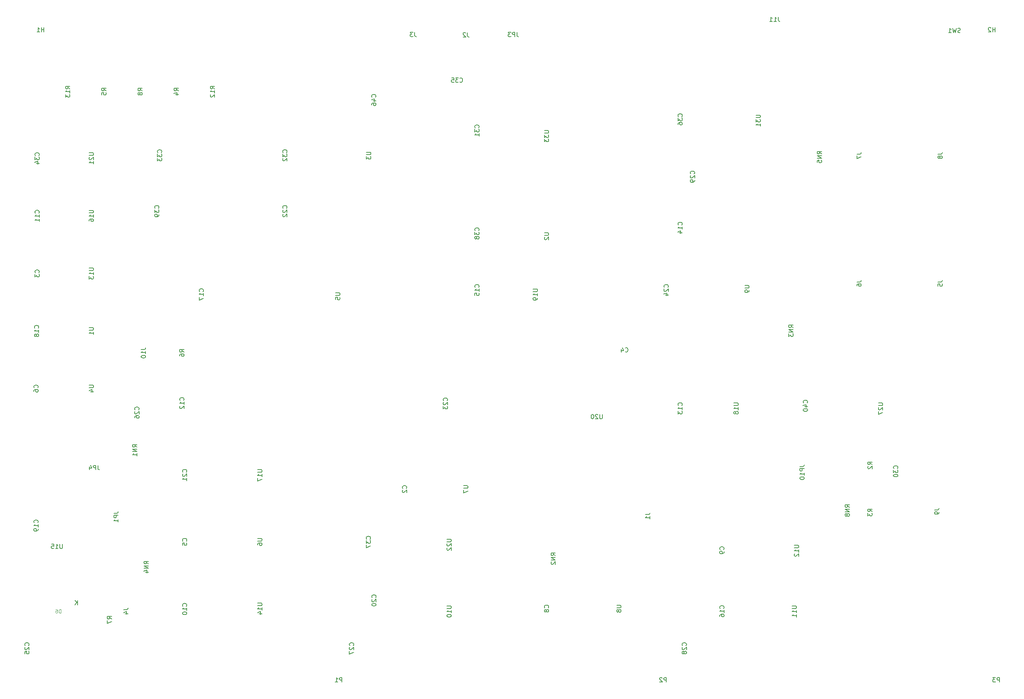
<source format=gbr>
%TF.GenerationSoftware,KiCad,Pcbnew,(6.0.11)*%
%TF.CreationDate,2024-01-05T13:43:24-06:00*%
%TF.ProjectId,processor.6809,70726f63-6573-4736-9f72-2e363830392e,v1.00*%
%TF.SameCoordinates,Original*%
%TF.FileFunction,Legend,Bot*%
%TF.FilePolarity,Positive*%
%FSLAX46Y46*%
G04 Gerber Fmt 4.6, Leading zero omitted, Abs format (unit mm)*
G04 Created by KiCad (PCBNEW (6.0.11)) date 2024-01-05 13:43:24*
%MOMM*%
%LPD*%
G01*
G04 APERTURE LIST*
%ADD10C,0.150000*%
%ADD11C,0.120000*%
G04 APERTURE END LIST*
D10*
%TO.C,P1*%
X112738095Y-226452380D02*
X112738095Y-225452380D01*
X112357142Y-225452380D01*
X112261904Y-225500000D01*
X112214285Y-225547619D01*
X112166666Y-225642857D01*
X112166666Y-225785714D01*
X112214285Y-225880952D01*
X112261904Y-225928571D01*
X112357142Y-225976190D01*
X112738095Y-225976190D01*
X111214285Y-226452380D02*
X111785714Y-226452380D01*
X111500000Y-226452380D02*
X111500000Y-225452380D01*
X111595238Y-225595238D01*
X111690476Y-225690476D01*
X111785714Y-225738095D01*
%TO.C,C2*%
X127432142Y-182208333D02*
X127479761Y-182160714D01*
X127527380Y-182017857D01*
X127527380Y-181922619D01*
X127479761Y-181779761D01*
X127384523Y-181684523D01*
X127289285Y-181636904D01*
X127098809Y-181589285D01*
X126955952Y-181589285D01*
X126765476Y-181636904D01*
X126670238Y-181684523D01*
X126575000Y-181779761D01*
X126527380Y-181922619D01*
X126527380Y-182017857D01*
X126575000Y-182160714D01*
X126622619Y-182208333D01*
X126622619Y-182589285D02*
X126575000Y-182636904D01*
X126527380Y-182732142D01*
X126527380Y-182970238D01*
X126575000Y-183065476D01*
X126622619Y-183113095D01*
X126717857Y-183160714D01*
X126813095Y-183160714D01*
X126955952Y-183113095D01*
X127527380Y-182541666D01*
X127527380Y-183160714D01*
%TO.C,C3*%
X43612142Y-132938333D02*
X43659761Y-132890714D01*
X43707380Y-132747857D01*
X43707380Y-132652619D01*
X43659761Y-132509761D01*
X43564523Y-132414523D01*
X43469285Y-132366904D01*
X43278809Y-132319285D01*
X43135952Y-132319285D01*
X42945476Y-132366904D01*
X42850238Y-132414523D01*
X42755000Y-132509761D01*
X42707380Y-132652619D01*
X42707380Y-132747857D01*
X42755000Y-132890714D01*
X42802619Y-132938333D01*
X42707380Y-133271666D02*
X42707380Y-133890714D01*
X43088333Y-133557380D01*
X43088333Y-133700238D01*
X43135952Y-133795476D01*
X43183571Y-133843095D01*
X43278809Y-133890714D01*
X43516904Y-133890714D01*
X43612142Y-133843095D01*
X43659761Y-133795476D01*
X43707380Y-133700238D01*
X43707380Y-133414523D01*
X43659761Y-133319285D01*
X43612142Y-133271666D01*
%TO.C,C4*%
X177366666Y-150982142D02*
X177414285Y-151029761D01*
X177557142Y-151077380D01*
X177652380Y-151077380D01*
X177795238Y-151029761D01*
X177890476Y-150934523D01*
X177938095Y-150839285D01*
X177985714Y-150648809D01*
X177985714Y-150505952D01*
X177938095Y-150315476D01*
X177890476Y-150220238D01*
X177795238Y-150125000D01*
X177652380Y-150077380D01*
X177557142Y-150077380D01*
X177414285Y-150125000D01*
X177366666Y-150172619D01*
X176509523Y-150410714D02*
X176509523Y-151077380D01*
X176747619Y-150029761D02*
X176985714Y-150744047D01*
X176366666Y-150744047D01*
%TO.C,C5*%
X77267142Y-194273333D02*
X77314761Y-194225714D01*
X77362380Y-194082857D01*
X77362380Y-193987619D01*
X77314761Y-193844761D01*
X77219523Y-193749523D01*
X77124285Y-193701904D01*
X76933809Y-193654285D01*
X76790952Y-193654285D01*
X76600476Y-193701904D01*
X76505238Y-193749523D01*
X76410000Y-193844761D01*
X76362380Y-193987619D01*
X76362380Y-194082857D01*
X76410000Y-194225714D01*
X76457619Y-194273333D01*
X76362380Y-195178095D02*
X76362380Y-194701904D01*
X76838571Y-194654285D01*
X76790952Y-194701904D01*
X76743333Y-194797142D01*
X76743333Y-195035238D01*
X76790952Y-195130476D01*
X76838571Y-195178095D01*
X76933809Y-195225714D01*
X77171904Y-195225714D01*
X77267142Y-195178095D01*
X77314761Y-195130476D01*
X77362380Y-195035238D01*
X77362380Y-194797142D01*
X77314761Y-194701904D01*
X77267142Y-194654285D01*
%TO.C,C6*%
X43357142Y-159233333D02*
X43404761Y-159185714D01*
X43452380Y-159042857D01*
X43452380Y-158947619D01*
X43404761Y-158804761D01*
X43309523Y-158709523D01*
X43214285Y-158661904D01*
X43023809Y-158614285D01*
X42880952Y-158614285D01*
X42690476Y-158661904D01*
X42595238Y-158709523D01*
X42500000Y-158804761D01*
X42452380Y-158947619D01*
X42452380Y-159042857D01*
X42500000Y-159185714D01*
X42547619Y-159233333D01*
X42452380Y-160090476D02*
X42452380Y-159900000D01*
X42500000Y-159804761D01*
X42547619Y-159757142D01*
X42690476Y-159661904D01*
X42880952Y-159614285D01*
X43261904Y-159614285D01*
X43357142Y-159661904D01*
X43404761Y-159709523D01*
X43452380Y-159804761D01*
X43452380Y-159995238D01*
X43404761Y-160090476D01*
X43357142Y-160138095D01*
X43261904Y-160185714D01*
X43023809Y-160185714D01*
X42928571Y-160138095D01*
X42880952Y-160090476D01*
X42833333Y-159995238D01*
X42833333Y-159804761D01*
X42880952Y-159709523D01*
X42928571Y-159661904D01*
X43023809Y-159614285D01*
%TO.C,C8*%
X159817142Y-209513333D02*
X159864761Y-209465714D01*
X159912380Y-209322857D01*
X159912380Y-209227619D01*
X159864761Y-209084761D01*
X159769523Y-208989523D01*
X159674285Y-208941904D01*
X159483809Y-208894285D01*
X159340952Y-208894285D01*
X159150476Y-208941904D01*
X159055238Y-208989523D01*
X158960000Y-209084761D01*
X158912380Y-209227619D01*
X158912380Y-209322857D01*
X158960000Y-209465714D01*
X159007619Y-209513333D01*
X159340952Y-210084761D02*
X159293333Y-209989523D01*
X159245714Y-209941904D01*
X159150476Y-209894285D01*
X159102857Y-209894285D01*
X159007619Y-209941904D01*
X158960000Y-209989523D01*
X158912380Y-210084761D01*
X158912380Y-210275238D01*
X158960000Y-210370476D01*
X159007619Y-210418095D01*
X159102857Y-210465714D01*
X159150476Y-210465714D01*
X159245714Y-210418095D01*
X159293333Y-210370476D01*
X159340952Y-210275238D01*
X159340952Y-210084761D01*
X159388571Y-209989523D01*
X159436190Y-209941904D01*
X159531428Y-209894285D01*
X159721904Y-209894285D01*
X159817142Y-209941904D01*
X159864761Y-209989523D01*
X159912380Y-210084761D01*
X159912380Y-210275238D01*
X159864761Y-210370476D01*
X159817142Y-210418095D01*
X159721904Y-210465714D01*
X159531428Y-210465714D01*
X159436190Y-210418095D01*
X159388571Y-210370476D01*
X159340952Y-210275238D01*
%TO.C,C9*%
X199822142Y-196178333D02*
X199869761Y-196130714D01*
X199917380Y-195987857D01*
X199917380Y-195892619D01*
X199869761Y-195749761D01*
X199774523Y-195654523D01*
X199679285Y-195606904D01*
X199488809Y-195559285D01*
X199345952Y-195559285D01*
X199155476Y-195606904D01*
X199060238Y-195654523D01*
X198965000Y-195749761D01*
X198917380Y-195892619D01*
X198917380Y-195987857D01*
X198965000Y-196130714D01*
X199012619Y-196178333D01*
X199917380Y-196654523D02*
X199917380Y-196845000D01*
X199869761Y-196940238D01*
X199822142Y-196987857D01*
X199679285Y-197083095D01*
X199488809Y-197130714D01*
X199107857Y-197130714D01*
X199012619Y-197083095D01*
X198965000Y-197035476D01*
X198917380Y-196940238D01*
X198917380Y-196749761D01*
X198965000Y-196654523D01*
X199012619Y-196606904D01*
X199107857Y-196559285D01*
X199345952Y-196559285D01*
X199441190Y-196606904D01*
X199488809Y-196654523D01*
X199536428Y-196749761D01*
X199536428Y-196940238D01*
X199488809Y-197035476D01*
X199441190Y-197083095D01*
X199345952Y-197130714D01*
%TO.C,C10*%
X77267142Y-209127142D02*
X77314761Y-209079523D01*
X77362380Y-208936666D01*
X77362380Y-208841428D01*
X77314761Y-208698571D01*
X77219523Y-208603333D01*
X77124285Y-208555714D01*
X76933809Y-208508095D01*
X76790952Y-208508095D01*
X76600476Y-208555714D01*
X76505238Y-208603333D01*
X76410000Y-208698571D01*
X76362380Y-208841428D01*
X76362380Y-208936666D01*
X76410000Y-209079523D01*
X76457619Y-209127142D01*
X77362380Y-210079523D02*
X77362380Y-209508095D01*
X77362380Y-209793809D02*
X76362380Y-209793809D01*
X76505238Y-209698571D01*
X76600476Y-209603333D01*
X76648095Y-209508095D01*
X76362380Y-210698571D02*
X76362380Y-210793809D01*
X76410000Y-210889047D01*
X76457619Y-210936666D01*
X76552857Y-210984285D01*
X76743333Y-211031904D01*
X76981428Y-211031904D01*
X77171904Y-210984285D01*
X77267142Y-210936666D01*
X77314761Y-210889047D01*
X77362380Y-210793809D01*
X77362380Y-210698571D01*
X77314761Y-210603333D01*
X77267142Y-210555714D01*
X77171904Y-210508095D01*
X76981428Y-210460476D01*
X76743333Y-210460476D01*
X76552857Y-210508095D01*
X76457619Y-210555714D01*
X76410000Y-210603333D01*
X76362380Y-210698571D01*
%TO.C,C11*%
X43612142Y-119314642D02*
X43659761Y-119267023D01*
X43707380Y-119124166D01*
X43707380Y-119028928D01*
X43659761Y-118886071D01*
X43564523Y-118790833D01*
X43469285Y-118743214D01*
X43278809Y-118695595D01*
X43135952Y-118695595D01*
X42945476Y-118743214D01*
X42850238Y-118790833D01*
X42755000Y-118886071D01*
X42707380Y-119028928D01*
X42707380Y-119124166D01*
X42755000Y-119267023D01*
X42802619Y-119314642D01*
X43707380Y-120267023D02*
X43707380Y-119695595D01*
X43707380Y-119981309D02*
X42707380Y-119981309D01*
X42850238Y-119886071D01*
X42945476Y-119790833D01*
X42993095Y-119695595D01*
X43707380Y-121219404D02*
X43707380Y-120647976D01*
X43707380Y-120933690D02*
X42707380Y-120933690D01*
X42850238Y-120838452D01*
X42945476Y-120743214D01*
X42993095Y-120647976D01*
%TO.C,C14*%
X190297142Y-122042142D02*
X190344761Y-121994523D01*
X190392380Y-121851666D01*
X190392380Y-121756428D01*
X190344761Y-121613571D01*
X190249523Y-121518333D01*
X190154285Y-121470714D01*
X189963809Y-121423095D01*
X189820952Y-121423095D01*
X189630476Y-121470714D01*
X189535238Y-121518333D01*
X189440000Y-121613571D01*
X189392380Y-121756428D01*
X189392380Y-121851666D01*
X189440000Y-121994523D01*
X189487619Y-122042142D01*
X190392380Y-122994523D02*
X190392380Y-122423095D01*
X190392380Y-122708809D02*
X189392380Y-122708809D01*
X189535238Y-122613571D01*
X189630476Y-122518333D01*
X189678095Y-122423095D01*
X189725714Y-123851666D02*
X190392380Y-123851666D01*
X189344761Y-123613571D02*
X190059047Y-123375476D01*
X190059047Y-123994523D01*
%TO.C,C15*%
X143957142Y-136257142D02*
X144004761Y-136209523D01*
X144052380Y-136066666D01*
X144052380Y-135971428D01*
X144004761Y-135828571D01*
X143909523Y-135733333D01*
X143814285Y-135685714D01*
X143623809Y-135638095D01*
X143480952Y-135638095D01*
X143290476Y-135685714D01*
X143195238Y-135733333D01*
X143100000Y-135828571D01*
X143052380Y-135971428D01*
X143052380Y-136066666D01*
X143100000Y-136209523D01*
X143147619Y-136257142D01*
X144052380Y-137209523D02*
X144052380Y-136638095D01*
X144052380Y-136923809D02*
X143052380Y-136923809D01*
X143195238Y-136828571D01*
X143290476Y-136733333D01*
X143338095Y-136638095D01*
X143052380Y-138114285D02*
X143052380Y-137638095D01*
X143528571Y-137590476D01*
X143480952Y-137638095D01*
X143433333Y-137733333D01*
X143433333Y-137971428D01*
X143480952Y-138066666D01*
X143528571Y-138114285D01*
X143623809Y-138161904D01*
X143861904Y-138161904D01*
X143957142Y-138114285D01*
X144004761Y-138066666D01*
X144052380Y-137971428D01*
X144052380Y-137733333D01*
X144004761Y-137638095D01*
X143957142Y-137590476D01*
%TO.C,C25*%
X41286742Y-218107142D02*
X41334361Y-218059523D01*
X41381980Y-217916666D01*
X41381980Y-217821428D01*
X41334361Y-217678571D01*
X41239123Y-217583333D01*
X41143885Y-217535714D01*
X40953409Y-217488095D01*
X40810552Y-217488095D01*
X40620076Y-217535714D01*
X40524838Y-217583333D01*
X40429600Y-217678571D01*
X40381980Y-217821428D01*
X40381980Y-217916666D01*
X40429600Y-218059523D01*
X40477219Y-218107142D01*
X40477219Y-218488095D02*
X40429600Y-218535714D01*
X40381980Y-218630952D01*
X40381980Y-218869047D01*
X40429600Y-218964285D01*
X40477219Y-219011904D01*
X40572457Y-219059523D01*
X40667695Y-219059523D01*
X40810552Y-219011904D01*
X41381980Y-218440476D01*
X41381980Y-219059523D01*
X40381980Y-219964285D02*
X40381980Y-219488095D01*
X40858171Y-219440476D01*
X40810552Y-219488095D01*
X40762933Y-219583333D01*
X40762933Y-219821428D01*
X40810552Y-219916666D01*
X40858171Y-219964285D01*
X40953409Y-220011904D01*
X41191504Y-220011904D01*
X41286742Y-219964285D01*
X41334361Y-219916666D01*
X41381980Y-219821428D01*
X41381980Y-219583333D01*
X41334361Y-219488095D01*
X41286742Y-219440476D01*
%TO.C,C26*%
X66377042Y-164257142D02*
X66424661Y-164209523D01*
X66472280Y-164066666D01*
X66472280Y-163971428D01*
X66424661Y-163828571D01*
X66329423Y-163733333D01*
X66234185Y-163685714D01*
X66043709Y-163638095D01*
X65900852Y-163638095D01*
X65710376Y-163685714D01*
X65615138Y-163733333D01*
X65519900Y-163828571D01*
X65472280Y-163971428D01*
X65472280Y-164066666D01*
X65519900Y-164209523D01*
X65567519Y-164257142D01*
X65567519Y-164638095D02*
X65519900Y-164685714D01*
X65472280Y-164780952D01*
X65472280Y-165019047D01*
X65519900Y-165114285D01*
X65567519Y-165161904D01*
X65662757Y-165209523D01*
X65757995Y-165209523D01*
X65900852Y-165161904D01*
X66472280Y-164590476D01*
X66472280Y-165209523D01*
X65472280Y-166066666D02*
X65472280Y-165876190D01*
X65519900Y-165780952D01*
X65567519Y-165733333D01*
X65710376Y-165638095D01*
X65900852Y-165590476D01*
X66281804Y-165590476D01*
X66377042Y-165638095D01*
X66424661Y-165685714D01*
X66472280Y-165780952D01*
X66472280Y-165971428D01*
X66424661Y-166066666D01*
X66377042Y-166114285D01*
X66281804Y-166161904D01*
X66043709Y-166161904D01*
X65948471Y-166114285D01*
X65900852Y-166066666D01*
X65853233Y-165971428D01*
X65853233Y-165780952D01*
X65900852Y-165685714D01*
X65948471Y-165638095D01*
X66043709Y-165590476D01*
%TO.C,C17*%
X81077142Y-137247142D02*
X81124761Y-137199523D01*
X81172380Y-137056666D01*
X81172380Y-136961428D01*
X81124761Y-136818571D01*
X81029523Y-136723333D01*
X80934285Y-136675714D01*
X80743809Y-136628095D01*
X80600952Y-136628095D01*
X80410476Y-136675714D01*
X80315238Y-136723333D01*
X80220000Y-136818571D01*
X80172380Y-136961428D01*
X80172380Y-137056666D01*
X80220000Y-137199523D01*
X80267619Y-137247142D01*
X81172380Y-138199523D02*
X81172380Y-137628095D01*
X81172380Y-137913809D02*
X80172380Y-137913809D01*
X80315238Y-137818571D01*
X80410476Y-137723333D01*
X80458095Y-137628095D01*
X80172380Y-138532857D02*
X80172380Y-139199523D01*
X81172380Y-138770952D01*
%TO.C,C20*%
X120447142Y-207172142D02*
X120494761Y-207124523D01*
X120542380Y-206981666D01*
X120542380Y-206886428D01*
X120494761Y-206743571D01*
X120399523Y-206648333D01*
X120304285Y-206600714D01*
X120113809Y-206553095D01*
X119970952Y-206553095D01*
X119780476Y-206600714D01*
X119685238Y-206648333D01*
X119590000Y-206743571D01*
X119542380Y-206886428D01*
X119542380Y-206981666D01*
X119590000Y-207124523D01*
X119637619Y-207172142D01*
X119637619Y-207553095D02*
X119590000Y-207600714D01*
X119542380Y-207695952D01*
X119542380Y-207934047D01*
X119590000Y-208029285D01*
X119637619Y-208076904D01*
X119732857Y-208124523D01*
X119828095Y-208124523D01*
X119970952Y-208076904D01*
X120542380Y-207505476D01*
X120542380Y-208124523D01*
X119542380Y-208743571D02*
X119542380Y-208838809D01*
X119590000Y-208934047D01*
X119637619Y-208981666D01*
X119732857Y-209029285D01*
X119923333Y-209076904D01*
X120161428Y-209076904D01*
X120351904Y-209029285D01*
X120447142Y-208981666D01*
X120494761Y-208934047D01*
X120542380Y-208838809D01*
X120542380Y-208743571D01*
X120494761Y-208648333D01*
X120447142Y-208600714D01*
X120351904Y-208553095D01*
X120161428Y-208505476D01*
X119923333Y-208505476D01*
X119732857Y-208553095D01*
X119637619Y-208600714D01*
X119590000Y-208648333D01*
X119542380Y-208743571D01*
%TO.C,C21*%
X77267142Y-178517142D02*
X77314761Y-178469523D01*
X77362380Y-178326666D01*
X77362380Y-178231428D01*
X77314761Y-178088571D01*
X77219523Y-177993333D01*
X77124285Y-177945714D01*
X76933809Y-177898095D01*
X76790952Y-177898095D01*
X76600476Y-177945714D01*
X76505238Y-177993333D01*
X76410000Y-178088571D01*
X76362380Y-178231428D01*
X76362380Y-178326666D01*
X76410000Y-178469523D01*
X76457619Y-178517142D01*
X76457619Y-178898095D02*
X76410000Y-178945714D01*
X76362380Y-179040952D01*
X76362380Y-179279047D01*
X76410000Y-179374285D01*
X76457619Y-179421904D01*
X76552857Y-179469523D01*
X76648095Y-179469523D01*
X76790952Y-179421904D01*
X77362380Y-178850476D01*
X77362380Y-179469523D01*
X77362380Y-180421904D02*
X77362380Y-179850476D01*
X77362380Y-180136190D02*
X76362380Y-180136190D01*
X76505238Y-180040952D01*
X76600476Y-179945714D01*
X76648095Y-179850476D01*
%TO.C,C22*%
X100127142Y-118232142D02*
X100174761Y-118184523D01*
X100222380Y-118041666D01*
X100222380Y-117946428D01*
X100174761Y-117803571D01*
X100079523Y-117708333D01*
X99984285Y-117660714D01*
X99793809Y-117613095D01*
X99650952Y-117613095D01*
X99460476Y-117660714D01*
X99365238Y-117708333D01*
X99270000Y-117803571D01*
X99222380Y-117946428D01*
X99222380Y-118041666D01*
X99270000Y-118184523D01*
X99317619Y-118232142D01*
X99317619Y-118613095D02*
X99270000Y-118660714D01*
X99222380Y-118755952D01*
X99222380Y-118994047D01*
X99270000Y-119089285D01*
X99317619Y-119136904D01*
X99412857Y-119184523D01*
X99508095Y-119184523D01*
X99650952Y-119136904D01*
X100222380Y-118565476D01*
X100222380Y-119184523D01*
X99317619Y-119565476D02*
X99270000Y-119613095D01*
X99222380Y-119708333D01*
X99222380Y-119946428D01*
X99270000Y-120041666D01*
X99317619Y-120089285D01*
X99412857Y-120136904D01*
X99508095Y-120136904D01*
X99650952Y-120089285D01*
X100222380Y-119517857D01*
X100222380Y-120136904D01*
%TO.C,C23*%
X136742142Y-162167142D02*
X136789761Y-162119523D01*
X136837380Y-161976666D01*
X136837380Y-161881428D01*
X136789761Y-161738571D01*
X136694523Y-161643333D01*
X136599285Y-161595714D01*
X136408809Y-161548095D01*
X136265952Y-161548095D01*
X136075476Y-161595714D01*
X135980238Y-161643333D01*
X135885000Y-161738571D01*
X135837380Y-161881428D01*
X135837380Y-161976666D01*
X135885000Y-162119523D01*
X135932619Y-162167142D01*
X135932619Y-162548095D02*
X135885000Y-162595714D01*
X135837380Y-162690952D01*
X135837380Y-162929047D01*
X135885000Y-163024285D01*
X135932619Y-163071904D01*
X136027857Y-163119523D01*
X136123095Y-163119523D01*
X136265952Y-163071904D01*
X136837380Y-162500476D01*
X136837380Y-163119523D01*
X135837380Y-163452857D02*
X135837380Y-164071904D01*
X136218333Y-163738571D01*
X136218333Y-163881428D01*
X136265952Y-163976666D01*
X136313571Y-164024285D01*
X136408809Y-164071904D01*
X136646904Y-164071904D01*
X136742142Y-164024285D01*
X136789761Y-163976666D01*
X136837380Y-163881428D01*
X136837380Y-163595714D01*
X136789761Y-163500476D01*
X136742142Y-163452857D01*
%TO.C,C27*%
X115357142Y-218107142D02*
X115404761Y-218059523D01*
X115452380Y-217916666D01*
X115452380Y-217821428D01*
X115404761Y-217678571D01*
X115309523Y-217583333D01*
X115214285Y-217535714D01*
X115023809Y-217488095D01*
X114880952Y-217488095D01*
X114690476Y-217535714D01*
X114595238Y-217583333D01*
X114500000Y-217678571D01*
X114452380Y-217821428D01*
X114452380Y-217916666D01*
X114500000Y-218059523D01*
X114547619Y-218107142D01*
X114547619Y-218488095D02*
X114500000Y-218535714D01*
X114452380Y-218630952D01*
X114452380Y-218869047D01*
X114500000Y-218964285D01*
X114547619Y-219011904D01*
X114642857Y-219059523D01*
X114738095Y-219059523D01*
X114880952Y-219011904D01*
X115452380Y-218440476D01*
X115452380Y-219059523D01*
X114452380Y-219392857D02*
X114452380Y-220059523D01*
X115452380Y-219630952D01*
%TO.C,C28*%
X191241842Y-218107142D02*
X191289461Y-218059523D01*
X191337080Y-217916666D01*
X191337080Y-217821428D01*
X191289461Y-217678571D01*
X191194223Y-217583333D01*
X191098985Y-217535714D01*
X190908509Y-217488095D01*
X190765652Y-217488095D01*
X190575176Y-217535714D01*
X190479938Y-217583333D01*
X190384700Y-217678571D01*
X190337080Y-217821428D01*
X190337080Y-217916666D01*
X190384700Y-218059523D01*
X190432319Y-218107142D01*
X190432319Y-218488095D02*
X190384700Y-218535714D01*
X190337080Y-218630952D01*
X190337080Y-218869047D01*
X190384700Y-218964285D01*
X190432319Y-219011904D01*
X190527557Y-219059523D01*
X190622795Y-219059523D01*
X190765652Y-219011904D01*
X191337080Y-218440476D01*
X191337080Y-219059523D01*
X190765652Y-219630952D02*
X190718033Y-219535714D01*
X190670414Y-219488095D01*
X190575176Y-219440476D01*
X190527557Y-219440476D01*
X190432319Y-219488095D01*
X190384700Y-219535714D01*
X190337080Y-219630952D01*
X190337080Y-219821428D01*
X190384700Y-219916666D01*
X190432319Y-219964285D01*
X190527557Y-220011904D01*
X190575176Y-220011904D01*
X190670414Y-219964285D01*
X190718033Y-219916666D01*
X190765652Y-219821428D01*
X190765652Y-219630952D01*
X190813271Y-219535714D01*
X190860890Y-219488095D01*
X190956128Y-219440476D01*
X191146604Y-219440476D01*
X191241842Y-219488095D01*
X191289461Y-219535714D01*
X191337080Y-219630952D01*
X191337080Y-219821428D01*
X191289461Y-219916666D01*
X191241842Y-219964285D01*
X191146604Y-220011904D01*
X190956128Y-220011904D01*
X190860890Y-219964285D01*
X190813271Y-219916666D01*
X190765652Y-219821428D01*
%TO.C,C29*%
X193107154Y-110357142D02*
X193154773Y-110309523D01*
X193202392Y-110166666D01*
X193202392Y-110071428D01*
X193154773Y-109928571D01*
X193059535Y-109833333D01*
X192964297Y-109785714D01*
X192773821Y-109738095D01*
X192630964Y-109738095D01*
X192440488Y-109785714D01*
X192345250Y-109833333D01*
X192250012Y-109928571D01*
X192202392Y-110071428D01*
X192202392Y-110166666D01*
X192250012Y-110309523D01*
X192297631Y-110357142D01*
X192297631Y-110738095D02*
X192250012Y-110785714D01*
X192202392Y-110880952D01*
X192202392Y-111119047D01*
X192250012Y-111214285D01*
X192297631Y-111261904D01*
X192392869Y-111309523D01*
X192488107Y-111309523D01*
X192630964Y-111261904D01*
X193202392Y-110690476D01*
X193202392Y-111309523D01*
X193202392Y-111785714D02*
X193202392Y-111976190D01*
X193154773Y-112071428D01*
X193107154Y-112119047D01*
X192964297Y-112214285D01*
X192773821Y-112261904D01*
X192392869Y-112261904D01*
X192297631Y-112214285D01*
X192250012Y-112166666D01*
X192202392Y-112071428D01*
X192202392Y-111880952D01*
X192250012Y-111785714D01*
X192297631Y-111738095D01*
X192392869Y-111690476D01*
X192630964Y-111690476D01*
X192726202Y-111738095D01*
X192773821Y-111785714D01*
X192821440Y-111880952D01*
X192821440Y-112071428D01*
X192773821Y-112166666D01*
X192726202Y-112214285D01*
X192630964Y-112261904D01*
D11*
%TO.C,D6*%
X48625476Y-210676904D02*
X48625476Y-209876904D01*
X48435000Y-209876904D01*
X48320714Y-209915000D01*
X48244523Y-209991190D01*
X48206428Y-210067380D01*
X48168333Y-210219761D01*
X48168333Y-210334047D01*
X48206428Y-210486428D01*
X48244523Y-210562619D01*
X48320714Y-210638809D01*
X48435000Y-210676904D01*
X48625476Y-210676904D01*
X47482619Y-209876904D02*
X47635000Y-209876904D01*
X47711190Y-209915000D01*
X47749285Y-209953095D01*
X47825476Y-210067380D01*
X47863571Y-210219761D01*
X47863571Y-210524523D01*
X47825476Y-210600714D01*
X47787380Y-210638809D01*
X47711190Y-210676904D01*
X47558809Y-210676904D01*
X47482619Y-210638809D01*
X47444523Y-210600714D01*
X47406428Y-210524523D01*
X47406428Y-210334047D01*
X47444523Y-210257857D01*
X47482619Y-210219761D01*
X47558809Y-210181666D01*
X47711190Y-210181666D01*
X47787380Y-210219761D01*
X47825476Y-210257857D01*
X47863571Y-210334047D01*
D10*
X52406904Y-208812380D02*
X52406904Y-207812380D01*
X51835476Y-208812380D02*
X52264047Y-208240952D01*
X51835476Y-207812380D02*
X52406904Y-208383809D01*
%TO.C,R5*%
X58947380Y-91403333D02*
X58471190Y-91070000D01*
X58947380Y-90831904D02*
X57947380Y-90831904D01*
X57947380Y-91212857D01*
X57995000Y-91308095D01*
X58042619Y-91355714D01*
X58137857Y-91403333D01*
X58280714Y-91403333D01*
X58375952Y-91355714D01*
X58423571Y-91308095D01*
X58471190Y-91212857D01*
X58471190Y-90831904D01*
X57947380Y-92308095D02*
X57947380Y-91831904D01*
X58423571Y-91784285D01*
X58375952Y-91831904D01*
X58328333Y-91927142D01*
X58328333Y-92165238D01*
X58375952Y-92260476D01*
X58423571Y-92308095D01*
X58518809Y-92355714D01*
X58756904Y-92355714D01*
X58852142Y-92308095D01*
X58899761Y-92260476D01*
X58947380Y-92165238D01*
X58947380Y-91927142D01*
X58899761Y-91831904D01*
X58852142Y-91784285D01*
%TO.C,R6*%
X76727380Y-151093333D02*
X76251190Y-150760000D01*
X76727380Y-150521904D02*
X75727380Y-150521904D01*
X75727380Y-150902857D01*
X75775000Y-150998095D01*
X75822619Y-151045714D01*
X75917857Y-151093333D01*
X76060714Y-151093333D01*
X76155952Y-151045714D01*
X76203571Y-150998095D01*
X76251190Y-150902857D01*
X76251190Y-150521904D01*
X75727380Y-151950476D02*
X75727380Y-151760000D01*
X75775000Y-151664761D01*
X75822619Y-151617142D01*
X75965476Y-151521904D01*
X76155952Y-151474285D01*
X76536904Y-151474285D01*
X76632142Y-151521904D01*
X76679761Y-151569523D01*
X76727380Y-151664761D01*
X76727380Y-151855238D01*
X76679761Y-151950476D01*
X76632142Y-151998095D01*
X76536904Y-152045714D01*
X76298809Y-152045714D01*
X76203571Y-151998095D01*
X76155952Y-151950476D01*
X76108333Y-151855238D01*
X76108333Y-151664761D01*
X76155952Y-151569523D01*
X76203571Y-151521904D01*
X76298809Y-151474285D01*
%TO.C,U4*%
X55072380Y-158628095D02*
X55881904Y-158628095D01*
X55977142Y-158675714D01*
X56024761Y-158723333D01*
X56072380Y-158818571D01*
X56072380Y-159009047D01*
X56024761Y-159104285D01*
X55977142Y-159151904D01*
X55881904Y-159199523D01*
X55072380Y-159199523D01*
X55405714Y-160104285D02*
X56072380Y-160104285D01*
X55024761Y-159866190D02*
X55739047Y-159628095D01*
X55739047Y-160247142D01*
%TO.C,U5*%
X111287380Y-137543095D02*
X112096904Y-137543095D01*
X112192142Y-137590714D01*
X112239761Y-137638333D01*
X112287380Y-137733571D01*
X112287380Y-137924047D01*
X112239761Y-138019285D01*
X112192142Y-138066904D01*
X112096904Y-138114523D01*
X111287380Y-138114523D01*
X111287380Y-139066904D02*
X111287380Y-138590714D01*
X111763571Y-138543095D01*
X111715952Y-138590714D01*
X111668333Y-138685952D01*
X111668333Y-138924047D01*
X111715952Y-139019285D01*
X111763571Y-139066904D01*
X111858809Y-139114523D01*
X112096904Y-139114523D01*
X112192142Y-139066904D01*
X112239761Y-139019285D01*
X112287380Y-138924047D01*
X112287380Y-138685952D01*
X112239761Y-138590714D01*
X112192142Y-138543095D01*
%TO.C,U6*%
X93512380Y-193668095D02*
X94321904Y-193668095D01*
X94417142Y-193715714D01*
X94464761Y-193763333D01*
X94512380Y-193858571D01*
X94512380Y-194049047D01*
X94464761Y-194144285D01*
X94417142Y-194191904D01*
X94321904Y-194239523D01*
X93512380Y-194239523D01*
X93512380Y-195144285D02*
X93512380Y-194953809D01*
X93560000Y-194858571D01*
X93607619Y-194810952D01*
X93750476Y-194715714D01*
X93940952Y-194668095D01*
X94321904Y-194668095D01*
X94417142Y-194715714D01*
X94464761Y-194763333D01*
X94512380Y-194858571D01*
X94512380Y-195049047D01*
X94464761Y-195144285D01*
X94417142Y-195191904D01*
X94321904Y-195239523D01*
X94083809Y-195239523D01*
X93988571Y-195191904D01*
X93940952Y-195144285D01*
X93893333Y-195049047D01*
X93893333Y-194858571D01*
X93940952Y-194763333D01*
X93988571Y-194715714D01*
X94083809Y-194668095D01*
%TO.C,U8*%
X175422380Y-208908095D02*
X176231904Y-208908095D01*
X176327142Y-208955714D01*
X176374761Y-209003333D01*
X176422380Y-209098571D01*
X176422380Y-209289047D01*
X176374761Y-209384285D01*
X176327142Y-209431904D01*
X176231904Y-209479523D01*
X175422380Y-209479523D01*
X175850952Y-210098571D02*
X175803333Y-210003333D01*
X175755714Y-209955714D01*
X175660476Y-209908095D01*
X175612857Y-209908095D01*
X175517619Y-209955714D01*
X175470000Y-210003333D01*
X175422380Y-210098571D01*
X175422380Y-210289047D01*
X175470000Y-210384285D01*
X175517619Y-210431904D01*
X175612857Y-210479523D01*
X175660476Y-210479523D01*
X175755714Y-210431904D01*
X175803333Y-210384285D01*
X175850952Y-210289047D01*
X175850952Y-210098571D01*
X175898571Y-210003333D01*
X175946190Y-209955714D01*
X176041428Y-209908095D01*
X176231904Y-209908095D01*
X176327142Y-209955714D01*
X176374761Y-210003333D01*
X176422380Y-210098571D01*
X176422380Y-210289047D01*
X176374761Y-210384285D01*
X176327142Y-210431904D01*
X176231904Y-210479523D01*
X176041428Y-210479523D01*
X175946190Y-210431904D01*
X175898571Y-210384285D01*
X175850952Y-210289047D01*
%TO.C,U15*%
X48988095Y-194952380D02*
X48988095Y-195761904D01*
X48940476Y-195857142D01*
X48892857Y-195904761D01*
X48797619Y-195952380D01*
X48607142Y-195952380D01*
X48511904Y-195904761D01*
X48464285Y-195857142D01*
X48416666Y-195761904D01*
X48416666Y-194952380D01*
X47416666Y-195952380D02*
X47988095Y-195952380D01*
X47702380Y-195952380D02*
X47702380Y-194952380D01*
X47797619Y-195095238D01*
X47892857Y-195190476D01*
X47988095Y-195238095D01*
X46511904Y-194952380D02*
X46988095Y-194952380D01*
X47035714Y-195428571D01*
X46988095Y-195380952D01*
X46892857Y-195333333D01*
X46654761Y-195333333D01*
X46559523Y-195380952D01*
X46511904Y-195428571D01*
X46464285Y-195523809D01*
X46464285Y-195761904D01*
X46511904Y-195857142D01*
X46559523Y-195904761D01*
X46654761Y-195952380D01*
X46892857Y-195952380D01*
X46988095Y-195904761D01*
X47035714Y-195857142D01*
%TO.C,U1*%
X55072380Y-145480595D02*
X55881904Y-145480595D01*
X55977142Y-145528214D01*
X56024761Y-145575833D01*
X56072380Y-145671071D01*
X56072380Y-145861547D01*
X56024761Y-145956785D01*
X55977142Y-146004404D01*
X55881904Y-146052023D01*
X55072380Y-146052023D01*
X56072380Y-147052023D02*
X56072380Y-146480595D01*
X56072380Y-146766309D02*
X55072380Y-146766309D01*
X55215238Y-146671071D01*
X55310476Y-146575833D01*
X55358095Y-146480595D01*
%TO.C,P2*%
X186738095Y-226452380D02*
X186738095Y-225452380D01*
X186357142Y-225452380D01*
X186261904Y-225500000D01*
X186214285Y-225547619D01*
X186166666Y-225642857D01*
X186166666Y-225785714D01*
X186214285Y-225880952D01*
X186261904Y-225928571D01*
X186357142Y-225976190D01*
X186738095Y-225976190D01*
X185785714Y-225547619D02*
X185738095Y-225500000D01*
X185642857Y-225452380D01*
X185404761Y-225452380D01*
X185309523Y-225500000D01*
X185261904Y-225547619D01*
X185214285Y-225642857D01*
X185214285Y-225738095D01*
X185261904Y-225880952D01*
X185833333Y-226452380D01*
X185214285Y-226452380D01*
%TO.C,H2*%
X261761904Y-77952380D02*
X261761904Y-76952380D01*
X261761904Y-77428571D02*
X261190476Y-77428571D01*
X261190476Y-77952380D02*
X261190476Y-76952380D01*
X260761904Y-77047619D02*
X260714285Y-77000000D01*
X260619047Y-76952380D01*
X260380952Y-76952380D01*
X260285714Y-77000000D01*
X260238095Y-77047619D01*
X260190476Y-77142857D01*
X260190476Y-77238095D01*
X260238095Y-77380952D01*
X260809523Y-77952380D01*
X260190476Y-77952380D01*
%TO.C,RN1*%
X65997380Y-172794523D02*
X65521190Y-172461190D01*
X65997380Y-172223095D02*
X64997380Y-172223095D01*
X64997380Y-172604047D01*
X65045000Y-172699285D01*
X65092619Y-172746904D01*
X65187857Y-172794523D01*
X65330714Y-172794523D01*
X65425952Y-172746904D01*
X65473571Y-172699285D01*
X65521190Y-172604047D01*
X65521190Y-172223095D01*
X65997380Y-173223095D02*
X64997380Y-173223095D01*
X65997380Y-173794523D01*
X64997380Y-173794523D01*
X65997380Y-174794523D02*
X65997380Y-174223095D01*
X65997380Y-174508809D02*
X64997380Y-174508809D01*
X65140238Y-174413571D01*
X65235476Y-174318333D01*
X65283095Y-174223095D01*
%TO.C,U11*%
X215432380Y-209066904D02*
X216241904Y-209066904D01*
X216337142Y-209114523D01*
X216384761Y-209162142D01*
X216432380Y-209257380D01*
X216432380Y-209447857D01*
X216384761Y-209543095D01*
X216337142Y-209590714D01*
X216241904Y-209638333D01*
X215432380Y-209638333D01*
X216432380Y-210638333D02*
X216432380Y-210066904D01*
X216432380Y-210352619D02*
X215432380Y-210352619D01*
X215575238Y-210257380D01*
X215670476Y-210162142D01*
X215718095Y-210066904D01*
X216432380Y-211590714D02*
X216432380Y-211019285D01*
X216432380Y-211305000D02*
X215432380Y-211305000D01*
X215575238Y-211209761D01*
X215670476Y-211114523D01*
X215718095Y-211019285D01*
%TO.C,C19*%
X43357142Y-190057142D02*
X43404761Y-190009523D01*
X43452380Y-189866666D01*
X43452380Y-189771428D01*
X43404761Y-189628571D01*
X43309523Y-189533333D01*
X43214285Y-189485714D01*
X43023809Y-189438095D01*
X42880952Y-189438095D01*
X42690476Y-189485714D01*
X42595238Y-189533333D01*
X42500000Y-189628571D01*
X42452380Y-189771428D01*
X42452380Y-189866666D01*
X42500000Y-190009523D01*
X42547619Y-190057142D01*
X43452380Y-191009523D02*
X43452380Y-190438095D01*
X43452380Y-190723809D02*
X42452380Y-190723809D01*
X42595238Y-190628571D01*
X42690476Y-190533333D01*
X42738095Y-190438095D01*
X43452380Y-191485714D02*
X43452380Y-191676190D01*
X43404761Y-191771428D01*
X43357142Y-191819047D01*
X43214285Y-191914285D01*
X43023809Y-191961904D01*
X42642857Y-191961904D01*
X42547619Y-191914285D01*
X42500000Y-191866666D01*
X42452380Y-191771428D01*
X42452380Y-191580952D01*
X42500000Y-191485714D01*
X42547619Y-191438095D01*
X42642857Y-191390476D01*
X42880952Y-191390476D01*
X42976190Y-191438095D01*
X43023809Y-191485714D01*
X43071428Y-191580952D01*
X43071428Y-191771428D01*
X43023809Y-191866666D01*
X42976190Y-191914285D01*
X42880952Y-191961904D01*
%TO.C,C18*%
X43482142Y-145609642D02*
X43529761Y-145562023D01*
X43577380Y-145419166D01*
X43577380Y-145323928D01*
X43529761Y-145181071D01*
X43434523Y-145085833D01*
X43339285Y-145038214D01*
X43148809Y-144990595D01*
X43005952Y-144990595D01*
X42815476Y-145038214D01*
X42720238Y-145085833D01*
X42625000Y-145181071D01*
X42577380Y-145323928D01*
X42577380Y-145419166D01*
X42625000Y-145562023D01*
X42672619Y-145609642D01*
X43577380Y-146562023D02*
X43577380Y-145990595D01*
X43577380Y-146276309D02*
X42577380Y-146276309D01*
X42720238Y-146181071D01*
X42815476Y-146085833D01*
X42863095Y-145990595D01*
X43005952Y-147133452D02*
X42958333Y-147038214D01*
X42910714Y-146990595D01*
X42815476Y-146942976D01*
X42767857Y-146942976D01*
X42672619Y-146990595D01*
X42625000Y-147038214D01*
X42577380Y-147133452D01*
X42577380Y-147323928D01*
X42625000Y-147419166D01*
X42672619Y-147466785D01*
X42767857Y-147514404D01*
X42815476Y-147514404D01*
X42910714Y-147466785D01*
X42958333Y-147419166D01*
X43005952Y-147323928D01*
X43005952Y-147133452D01*
X43053571Y-147038214D01*
X43101190Y-146990595D01*
X43196428Y-146942976D01*
X43386904Y-146942976D01*
X43482142Y-146990595D01*
X43529761Y-147038214D01*
X43577380Y-147133452D01*
X43577380Y-147323928D01*
X43529761Y-147419166D01*
X43482142Y-147466785D01*
X43386904Y-147514404D01*
X43196428Y-147514404D01*
X43101190Y-147466785D01*
X43053571Y-147419166D01*
X43005952Y-147323928D01*
%TO.C,C12*%
X76632142Y-162087142D02*
X76679761Y-162039523D01*
X76727380Y-161896666D01*
X76727380Y-161801428D01*
X76679761Y-161658571D01*
X76584523Y-161563333D01*
X76489285Y-161515714D01*
X76298809Y-161468095D01*
X76155952Y-161468095D01*
X75965476Y-161515714D01*
X75870238Y-161563333D01*
X75775000Y-161658571D01*
X75727380Y-161801428D01*
X75727380Y-161896666D01*
X75775000Y-162039523D01*
X75822619Y-162087142D01*
X76727380Y-163039523D02*
X76727380Y-162468095D01*
X76727380Y-162753809D02*
X75727380Y-162753809D01*
X75870238Y-162658571D01*
X75965476Y-162563333D01*
X76013095Y-162468095D01*
X75822619Y-163420476D02*
X75775000Y-163468095D01*
X75727380Y-163563333D01*
X75727380Y-163801428D01*
X75775000Y-163896666D01*
X75822619Y-163944285D01*
X75917857Y-163991904D01*
X76013095Y-163991904D01*
X76155952Y-163944285D01*
X76727380Y-163372857D01*
X76727380Y-163991904D01*
%TO.C,C16*%
X199822142Y-209632142D02*
X199869761Y-209584523D01*
X199917380Y-209441666D01*
X199917380Y-209346428D01*
X199869761Y-209203571D01*
X199774523Y-209108333D01*
X199679285Y-209060714D01*
X199488809Y-209013095D01*
X199345952Y-209013095D01*
X199155476Y-209060714D01*
X199060238Y-209108333D01*
X198965000Y-209203571D01*
X198917380Y-209346428D01*
X198917380Y-209441666D01*
X198965000Y-209584523D01*
X199012619Y-209632142D01*
X199917380Y-210584523D02*
X199917380Y-210013095D01*
X199917380Y-210298809D02*
X198917380Y-210298809D01*
X199060238Y-210203571D01*
X199155476Y-210108333D01*
X199203095Y-210013095D01*
X198917380Y-211441666D02*
X198917380Y-211251190D01*
X198965000Y-211155952D01*
X199012619Y-211108333D01*
X199155476Y-211013095D01*
X199345952Y-210965476D01*
X199726904Y-210965476D01*
X199822142Y-211013095D01*
X199869761Y-211060714D01*
X199917380Y-211155952D01*
X199917380Y-211346428D01*
X199869761Y-211441666D01*
X199822142Y-211489285D01*
X199726904Y-211536904D01*
X199488809Y-211536904D01*
X199393571Y-211489285D01*
X199345952Y-211441666D01*
X199298333Y-211346428D01*
X199298333Y-211155952D01*
X199345952Y-211060714D01*
X199393571Y-211013095D01*
X199488809Y-210965476D01*
%TO.C,U3*%
X118337380Y-105413095D02*
X119146904Y-105413095D01*
X119242142Y-105460714D01*
X119289761Y-105508333D01*
X119337380Y-105603571D01*
X119337380Y-105794047D01*
X119289761Y-105889285D01*
X119242142Y-105936904D01*
X119146904Y-105984523D01*
X118337380Y-105984523D01*
X118337380Y-106365476D02*
X118337380Y-106984523D01*
X118718333Y-106651190D01*
X118718333Y-106794047D01*
X118765952Y-106889285D01*
X118813571Y-106936904D01*
X118908809Y-106984523D01*
X119146904Y-106984523D01*
X119242142Y-106936904D01*
X119289761Y-106889285D01*
X119337380Y-106794047D01*
X119337380Y-106508333D01*
X119289761Y-106413095D01*
X119242142Y-106365476D01*
%TO.C,H1*%
X44761904Y-77952380D02*
X44761904Y-76952380D01*
X44761904Y-77428571D02*
X44190476Y-77428571D01*
X44190476Y-77952380D02*
X44190476Y-76952380D01*
X43190476Y-77952380D02*
X43761904Y-77952380D01*
X43476190Y-77952380D02*
X43476190Y-76952380D01*
X43571428Y-77095238D01*
X43666666Y-77190476D01*
X43761904Y-77238095D01*
%TO.C,P3*%
X262738095Y-226452380D02*
X262738095Y-225452380D01*
X262357142Y-225452380D01*
X262261904Y-225500000D01*
X262214285Y-225547619D01*
X262166666Y-225642857D01*
X262166666Y-225785714D01*
X262214285Y-225880952D01*
X262261904Y-225928571D01*
X262357142Y-225976190D01*
X262738095Y-225976190D01*
X261833333Y-225452380D02*
X261214285Y-225452380D01*
X261547619Y-225833333D01*
X261404761Y-225833333D01*
X261309523Y-225880952D01*
X261261904Y-225928571D01*
X261214285Y-226023809D01*
X261214285Y-226261904D01*
X261261904Y-226357142D01*
X261309523Y-226404761D01*
X261404761Y-226452380D01*
X261690476Y-226452380D01*
X261785714Y-226404761D01*
X261833333Y-226357142D01*
%TO.C,U13*%
X55072380Y-131856904D02*
X55881904Y-131856904D01*
X55977142Y-131904523D01*
X56024761Y-131952142D01*
X56072380Y-132047380D01*
X56072380Y-132237857D01*
X56024761Y-132333095D01*
X55977142Y-132380714D01*
X55881904Y-132428333D01*
X55072380Y-132428333D01*
X56072380Y-133428333D02*
X56072380Y-132856904D01*
X56072380Y-133142619D02*
X55072380Y-133142619D01*
X55215238Y-133047380D01*
X55310476Y-132952142D01*
X55358095Y-132856904D01*
X55072380Y-133761666D02*
X55072380Y-134380714D01*
X55453333Y-134047380D01*
X55453333Y-134190238D01*
X55500952Y-134285476D01*
X55548571Y-134333095D01*
X55643809Y-134380714D01*
X55881904Y-134380714D01*
X55977142Y-134333095D01*
X56024761Y-134285476D01*
X56072380Y-134190238D01*
X56072380Y-133904523D01*
X56024761Y-133809285D01*
X55977142Y-133761666D01*
%TO.C,C36*%
X190297142Y-97277142D02*
X190344761Y-97229523D01*
X190392380Y-97086666D01*
X190392380Y-96991428D01*
X190344761Y-96848571D01*
X190249523Y-96753333D01*
X190154285Y-96705714D01*
X189963809Y-96658095D01*
X189820952Y-96658095D01*
X189630476Y-96705714D01*
X189535238Y-96753333D01*
X189440000Y-96848571D01*
X189392380Y-96991428D01*
X189392380Y-97086666D01*
X189440000Y-97229523D01*
X189487619Y-97277142D01*
X189392380Y-97610476D02*
X189392380Y-98229523D01*
X189773333Y-97896190D01*
X189773333Y-98039047D01*
X189820952Y-98134285D01*
X189868571Y-98181904D01*
X189963809Y-98229523D01*
X190201904Y-98229523D01*
X190297142Y-98181904D01*
X190344761Y-98134285D01*
X190392380Y-98039047D01*
X190392380Y-97753333D01*
X190344761Y-97658095D01*
X190297142Y-97610476D01*
X189392380Y-99086666D02*
X189392380Y-98896190D01*
X189440000Y-98800952D01*
X189487619Y-98753333D01*
X189630476Y-98658095D01*
X189820952Y-98610476D01*
X190201904Y-98610476D01*
X190297142Y-98658095D01*
X190344761Y-98705714D01*
X190392380Y-98800952D01*
X190392380Y-98991428D01*
X190344761Y-99086666D01*
X190297142Y-99134285D01*
X190201904Y-99181904D01*
X189963809Y-99181904D01*
X189868571Y-99134285D01*
X189820952Y-99086666D01*
X189773333Y-98991428D01*
X189773333Y-98800952D01*
X189820952Y-98705714D01*
X189868571Y-98658095D01*
X189963809Y-98610476D01*
%TO.C,C38*%
X143957142Y-123312142D02*
X144004761Y-123264523D01*
X144052380Y-123121666D01*
X144052380Y-123026428D01*
X144004761Y-122883571D01*
X143909523Y-122788333D01*
X143814285Y-122740714D01*
X143623809Y-122693095D01*
X143480952Y-122693095D01*
X143290476Y-122740714D01*
X143195238Y-122788333D01*
X143100000Y-122883571D01*
X143052380Y-123026428D01*
X143052380Y-123121666D01*
X143100000Y-123264523D01*
X143147619Y-123312142D01*
X143052380Y-123645476D02*
X143052380Y-124264523D01*
X143433333Y-123931190D01*
X143433333Y-124074047D01*
X143480952Y-124169285D01*
X143528571Y-124216904D01*
X143623809Y-124264523D01*
X143861904Y-124264523D01*
X143957142Y-124216904D01*
X144004761Y-124169285D01*
X144052380Y-124074047D01*
X144052380Y-123788333D01*
X144004761Y-123693095D01*
X143957142Y-123645476D01*
X143480952Y-124835952D02*
X143433333Y-124740714D01*
X143385714Y-124693095D01*
X143290476Y-124645476D01*
X143242857Y-124645476D01*
X143147619Y-124693095D01*
X143100000Y-124740714D01*
X143052380Y-124835952D01*
X143052380Y-125026428D01*
X143100000Y-125121666D01*
X143147619Y-125169285D01*
X143242857Y-125216904D01*
X143290476Y-125216904D01*
X143385714Y-125169285D01*
X143433333Y-125121666D01*
X143480952Y-125026428D01*
X143480952Y-124835952D01*
X143528571Y-124740714D01*
X143576190Y-124693095D01*
X143671428Y-124645476D01*
X143861904Y-124645476D01*
X143957142Y-124693095D01*
X144004761Y-124740714D01*
X144052380Y-124835952D01*
X144052380Y-125026428D01*
X144004761Y-125121666D01*
X143957142Y-125169285D01*
X143861904Y-125216904D01*
X143671428Y-125216904D01*
X143576190Y-125169285D01*
X143528571Y-125121666D01*
X143480952Y-125026428D01*
%TO.C,C46*%
X120417042Y-92832142D02*
X120464661Y-92784523D01*
X120512280Y-92641666D01*
X120512280Y-92546428D01*
X120464661Y-92403571D01*
X120369423Y-92308333D01*
X120274185Y-92260714D01*
X120083709Y-92213095D01*
X119940852Y-92213095D01*
X119750376Y-92260714D01*
X119655138Y-92308333D01*
X119559900Y-92403571D01*
X119512280Y-92546428D01*
X119512280Y-92641666D01*
X119559900Y-92784523D01*
X119607519Y-92832142D01*
X119845614Y-93689285D02*
X120512280Y-93689285D01*
X119464661Y-93451190D02*
X120178947Y-93213095D01*
X120178947Y-93832142D01*
X119512280Y-94641666D02*
X119512280Y-94451190D01*
X119559900Y-94355952D01*
X119607519Y-94308333D01*
X119750376Y-94213095D01*
X119940852Y-94165476D01*
X120321804Y-94165476D01*
X120417042Y-94213095D01*
X120464661Y-94260714D01*
X120512280Y-94355952D01*
X120512280Y-94546428D01*
X120464661Y-94641666D01*
X120417042Y-94689285D01*
X120321804Y-94736904D01*
X120083709Y-94736904D01*
X119988471Y-94689285D01*
X119940852Y-94641666D01*
X119893233Y-94546428D01*
X119893233Y-94355952D01*
X119940852Y-94260714D01*
X119988471Y-94213095D01*
X120083709Y-94165476D01*
%TO.C,U19*%
X156362380Y-136676904D02*
X157171904Y-136676904D01*
X157267142Y-136724523D01*
X157314761Y-136772142D01*
X157362380Y-136867380D01*
X157362380Y-137057857D01*
X157314761Y-137153095D01*
X157267142Y-137200714D01*
X157171904Y-137248333D01*
X156362380Y-137248333D01*
X157362380Y-138248333D02*
X157362380Y-137676904D01*
X157362380Y-137962619D02*
X156362380Y-137962619D01*
X156505238Y-137867380D01*
X156600476Y-137772142D01*
X156648095Y-137676904D01*
X157362380Y-138724523D02*
X157362380Y-138915000D01*
X157314761Y-139010238D01*
X157267142Y-139057857D01*
X157124285Y-139153095D01*
X156933809Y-139200714D01*
X156552857Y-139200714D01*
X156457619Y-139153095D01*
X156410000Y-139105476D01*
X156362380Y-139010238D01*
X156362380Y-138819761D01*
X156410000Y-138724523D01*
X156457619Y-138676904D01*
X156552857Y-138629285D01*
X156790952Y-138629285D01*
X156886190Y-138676904D01*
X156933809Y-138724523D01*
X156981428Y-138819761D01*
X156981428Y-139010238D01*
X156933809Y-139105476D01*
X156886190Y-139153095D01*
X156790952Y-139200714D01*
%TO.C,U7*%
X140482380Y-181603095D02*
X141291904Y-181603095D01*
X141387142Y-181650714D01*
X141434761Y-181698333D01*
X141482380Y-181793571D01*
X141482380Y-181984047D01*
X141434761Y-182079285D01*
X141387142Y-182126904D01*
X141291904Y-182174523D01*
X140482380Y-182174523D01*
X140482380Y-182555476D02*
X140482380Y-183222142D01*
X141482380Y-182793571D01*
%TO.C,RN4*%
X68597380Y-199464523D02*
X68121190Y-199131190D01*
X68597380Y-198893095D02*
X67597380Y-198893095D01*
X67597380Y-199274047D01*
X67645000Y-199369285D01*
X67692619Y-199416904D01*
X67787857Y-199464523D01*
X67930714Y-199464523D01*
X68025952Y-199416904D01*
X68073571Y-199369285D01*
X68121190Y-199274047D01*
X68121190Y-198893095D01*
X68597380Y-199893095D02*
X67597380Y-199893095D01*
X68597380Y-200464523D01*
X67597380Y-200464523D01*
X67930714Y-201369285D02*
X68597380Y-201369285D01*
X67549761Y-201131190D02*
X68264047Y-200893095D01*
X68264047Y-201512142D01*
%TO.C,J11*%
X212289523Y-74539880D02*
X212289523Y-75254166D01*
X212337142Y-75397023D01*
X212432380Y-75492261D01*
X212575238Y-75539880D01*
X212670476Y-75539880D01*
X211289523Y-75539880D02*
X211860952Y-75539880D01*
X211575238Y-75539880D02*
X211575238Y-74539880D01*
X211670476Y-74682738D01*
X211765714Y-74777976D01*
X211860952Y-74825595D01*
X210337142Y-75539880D02*
X210908571Y-75539880D01*
X210622857Y-75539880D02*
X210622857Y-74539880D01*
X210718095Y-74682738D01*
X210813333Y-74777976D01*
X210908571Y-74825595D01*
%TO.C,RN5*%
X222157380Y-105809523D02*
X221681190Y-105476190D01*
X222157380Y-105238095D02*
X221157380Y-105238095D01*
X221157380Y-105619047D01*
X221205000Y-105714285D01*
X221252619Y-105761904D01*
X221347857Y-105809523D01*
X221490714Y-105809523D01*
X221585952Y-105761904D01*
X221633571Y-105714285D01*
X221681190Y-105619047D01*
X221681190Y-105238095D01*
X222157380Y-106238095D02*
X221157380Y-106238095D01*
X222157380Y-106809523D01*
X221157380Y-106809523D01*
X221157380Y-107761904D02*
X221157380Y-107285714D01*
X221633571Y-107238095D01*
X221585952Y-107285714D01*
X221538333Y-107380952D01*
X221538333Y-107619047D01*
X221585952Y-107714285D01*
X221633571Y-107761904D01*
X221728809Y-107809523D01*
X221966904Y-107809523D01*
X222062142Y-107761904D01*
X222109761Y-107714285D01*
X222157380Y-107619047D01*
X222157380Y-107380952D01*
X222109761Y-107285714D01*
X222062142Y-107238095D01*
%TO.C,U31*%
X207187380Y-96951904D02*
X207996904Y-96951904D01*
X208092142Y-96999523D01*
X208139761Y-97047142D01*
X208187380Y-97142380D01*
X208187380Y-97332857D01*
X208139761Y-97428095D01*
X208092142Y-97475714D01*
X207996904Y-97523333D01*
X207187380Y-97523333D01*
X207187380Y-97904285D02*
X207187380Y-98523333D01*
X207568333Y-98190000D01*
X207568333Y-98332857D01*
X207615952Y-98428095D01*
X207663571Y-98475714D01*
X207758809Y-98523333D01*
X207996904Y-98523333D01*
X208092142Y-98475714D01*
X208139761Y-98428095D01*
X208187380Y-98332857D01*
X208187380Y-98047142D01*
X208139761Y-97951904D01*
X208092142Y-97904285D01*
X208187380Y-99475714D02*
X208187380Y-98904285D01*
X208187380Y-99190000D02*
X207187380Y-99190000D01*
X207330238Y-99094761D01*
X207425476Y-98999523D01*
X207473095Y-98904285D01*
%TO.C,U33*%
X158917380Y-100481904D02*
X159726904Y-100481904D01*
X159822142Y-100529523D01*
X159869761Y-100577142D01*
X159917380Y-100672380D01*
X159917380Y-100862857D01*
X159869761Y-100958095D01*
X159822142Y-101005714D01*
X159726904Y-101053333D01*
X158917380Y-101053333D01*
X158917380Y-101434285D02*
X158917380Y-102053333D01*
X159298333Y-101720000D01*
X159298333Y-101862857D01*
X159345952Y-101958095D01*
X159393571Y-102005714D01*
X159488809Y-102053333D01*
X159726904Y-102053333D01*
X159822142Y-102005714D01*
X159869761Y-101958095D01*
X159917380Y-101862857D01*
X159917380Y-101577142D01*
X159869761Y-101481904D01*
X159822142Y-101434285D01*
X158917380Y-102386666D02*
X158917380Y-103005714D01*
X159298333Y-102672380D01*
X159298333Y-102815238D01*
X159345952Y-102910476D01*
X159393571Y-102958095D01*
X159488809Y-103005714D01*
X159726904Y-103005714D01*
X159822142Y-102958095D01*
X159869761Y-102910476D01*
X159917380Y-102815238D01*
X159917380Y-102529523D01*
X159869761Y-102434285D01*
X159822142Y-102386666D01*
%TO.C,U20*%
X172128095Y-165317380D02*
X172128095Y-166126904D01*
X172080476Y-166222142D01*
X172032857Y-166269761D01*
X171937619Y-166317380D01*
X171747142Y-166317380D01*
X171651904Y-166269761D01*
X171604285Y-166222142D01*
X171556666Y-166126904D01*
X171556666Y-165317380D01*
X171128095Y-165412619D02*
X171080476Y-165365000D01*
X170985238Y-165317380D01*
X170747142Y-165317380D01*
X170651904Y-165365000D01*
X170604285Y-165412619D01*
X170556666Y-165507857D01*
X170556666Y-165603095D01*
X170604285Y-165745952D01*
X171175714Y-166317380D01*
X170556666Y-166317380D01*
X169937619Y-165317380D02*
X169842380Y-165317380D01*
X169747142Y-165365000D01*
X169699523Y-165412619D01*
X169651904Y-165507857D01*
X169604285Y-165698333D01*
X169604285Y-165936428D01*
X169651904Y-166126904D01*
X169699523Y-166222142D01*
X169747142Y-166269761D01*
X169842380Y-166317380D01*
X169937619Y-166317380D01*
X170032857Y-166269761D01*
X170080476Y-166222142D01*
X170128095Y-166126904D01*
X170175714Y-165936428D01*
X170175714Y-165698333D01*
X170128095Y-165507857D01*
X170080476Y-165412619D01*
X170032857Y-165365000D01*
X169937619Y-165317380D01*
%TO.C,C37*%
X119177142Y-193797142D02*
X119224761Y-193749523D01*
X119272380Y-193606666D01*
X119272380Y-193511428D01*
X119224761Y-193368571D01*
X119129523Y-193273333D01*
X119034285Y-193225714D01*
X118843809Y-193178095D01*
X118700952Y-193178095D01*
X118510476Y-193225714D01*
X118415238Y-193273333D01*
X118320000Y-193368571D01*
X118272380Y-193511428D01*
X118272380Y-193606666D01*
X118320000Y-193749523D01*
X118367619Y-193797142D01*
X118272380Y-194130476D02*
X118272380Y-194749523D01*
X118653333Y-194416190D01*
X118653333Y-194559047D01*
X118700952Y-194654285D01*
X118748571Y-194701904D01*
X118843809Y-194749523D01*
X119081904Y-194749523D01*
X119177142Y-194701904D01*
X119224761Y-194654285D01*
X119272380Y-194559047D01*
X119272380Y-194273333D01*
X119224761Y-194178095D01*
X119177142Y-194130476D01*
X118272380Y-195082857D02*
X118272380Y-195749523D01*
X119272380Y-195320952D01*
%TO.C,JP10*%
X217202380Y-177215476D02*
X217916666Y-177215476D01*
X218059523Y-177167857D01*
X218154761Y-177072619D01*
X218202380Y-176929761D01*
X218202380Y-176834523D01*
X218202380Y-177691666D02*
X217202380Y-177691666D01*
X217202380Y-178072619D01*
X217250000Y-178167857D01*
X217297619Y-178215476D01*
X217392857Y-178263095D01*
X217535714Y-178263095D01*
X217630952Y-178215476D01*
X217678571Y-178167857D01*
X217726190Y-178072619D01*
X217726190Y-177691666D01*
X218202380Y-179215476D02*
X218202380Y-178644047D01*
X218202380Y-178929761D02*
X217202380Y-178929761D01*
X217345238Y-178834523D01*
X217440476Y-178739285D01*
X217488095Y-178644047D01*
X217202380Y-179834523D02*
X217202380Y-179929761D01*
X217250000Y-180025000D01*
X217297619Y-180072619D01*
X217392857Y-180120238D01*
X217583333Y-180167857D01*
X217821428Y-180167857D01*
X218011904Y-180120238D01*
X218107142Y-180072619D01*
X218154761Y-180025000D01*
X218202380Y-179929761D01*
X218202380Y-179834523D01*
X218154761Y-179739285D01*
X218107142Y-179691666D01*
X218011904Y-179644047D01*
X217821428Y-179596428D01*
X217583333Y-179596428D01*
X217392857Y-179644047D01*
X217297619Y-179691666D01*
X217250000Y-179739285D01*
X217202380Y-179834523D01*
%TO.C,RN8*%
X228527380Y-186559523D02*
X228051190Y-186226190D01*
X228527380Y-185988095D02*
X227527380Y-185988095D01*
X227527380Y-186369047D01*
X227575000Y-186464285D01*
X227622619Y-186511904D01*
X227717857Y-186559523D01*
X227860714Y-186559523D01*
X227955952Y-186511904D01*
X228003571Y-186464285D01*
X228051190Y-186369047D01*
X228051190Y-185988095D01*
X228527380Y-186988095D02*
X227527380Y-186988095D01*
X228527380Y-187559523D01*
X227527380Y-187559523D01*
X227955952Y-188178571D02*
X227908333Y-188083333D01*
X227860714Y-188035714D01*
X227765476Y-187988095D01*
X227717857Y-187988095D01*
X227622619Y-188035714D01*
X227575000Y-188083333D01*
X227527380Y-188178571D01*
X227527380Y-188369047D01*
X227575000Y-188464285D01*
X227622619Y-188511904D01*
X227717857Y-188559523D01*
X227765476Y-188559523D01*
X227860714Y-188511904D01*
X227908333Y-188464285D01*
X227955952Y-188369047D01*
X227955952Y-188178571D01*
X228003571Y-188083333D01*
X228051190Y-188035714D01*
X228146428Y-187988095D01*
X228336904Y-187988095D01*
X228432142Y-188035714D01*
X228479761Y-188083333D01*
X228527380Y-188178571D01*
X228527380Y-188369047D01*
X228479761Y-188464285D01*
X228432142Y-188511904D01*
X228336904Y-188559523D01*
X228146428Y-188559523D01*
X228051190Y-188511904D01*
X228003571Y-188464285D01*
X227955952Y-188369047D01*
%TO.C,U9*%
X204627380Y-135883095D02*
X205436904Y-135883095D01*
X205532142Y-135930714D01*
X205579761Y-135978333D01*
X205627380Y-136073571D01*
X205627380Y-136264047D01*
X205579761Y-136359285D01*
X205532142Y-136406904D01*
X205436904Y-136454523D01*
X204627380Y-136454523D01*
X205627380Y-136978333D02*
X205627380Y-137168809D01*
X205579761Y-137264047D01*
X205532142Y-137311666D01*
X205389285Y-137406904D01*
X205198809Y-137454523D01*
X204817857Y-137454523D01*
X204722619Y-137406904D01*
X204675000Y-137359285D01*
X204627380Y-137264047D01*
X204627380Y-137073571D01*
X204675000Y-136978333D01*
X204722619Y-136930714D01*
X204817857Y-136883095D01*
X205055952Y-136883095D01*
X205151190Y-136930714D01*
X205198809Y-136978333D01*
X205246428Y-137073571D01*
X205246428Y-137264047D01*
X205198809Y-137359285D01*
X205151190Y-137406904D01*
X205055952Y-137454523D01*
%TO.C,U10*%
X136692380Y-209066904D02*
X137501904Y-209066904D01*
X137597142Y-209114523D01*
X137644761Y-209162142D01*
X137692380Y-209257380D01*
X137692380Y-209447857D01*
X137644761Y-209543095D01*
X137597142Y-209590714D01*
X137501904Y-209638333D01*
X136692380Y-209638333D01*
X137692380Y-210638333D02*
X137692380Y-210066904D01*
X137692380Y-210352619D02*
X136692380Y-210352619D01*
X136835238Y-210257380D01*
X136930476Y-210162142D01*
X136978095Y-210066904D01*
X136692380Y-211257380D02*
X136692380Y-211352619D01*
X136740000Y-211447857D01*
X136787619Y-211495476D01*
X136882857Y-211543095D01*
X137073333Y-211590714D01*
X137311428Y-211590714D01*
X137501904Y-211543095D01*
X137597142Y-211495476D01*
X137644761Y-211447857D01*
X137692380Y-211352619D01*
X137692380Y-211257380D01*
X137644761Y-211162142D01*
X137597142Y-211114523D01*
X137501904Y-211066904D01*
X137311428Y-211019285D01*
X137073333Y-211019285D01*
X136882857Y-211066904D01*
X136787619Y-211114523D01*
X136740000Y-211162142D01*
X136692380Y-211257380D01*
%TO.C,U12*%
X215957380Y-195201904D02*
X216766904Y-195201904D01*
X216862142Y-195249523D01*
X216909761Y-195297142D01*
X216957380Y-195392380D01*
X216957380Y-195582857D01*
X216909761Y-195678095D01*
X216862142Y-195725714D01*
X216766904Y-195773333D01*
X215957380Y-195773333D01*
X216957380Y-196773333D02*
X216957380Y-196201904D01*
X216957380Y-196487619D02*
X215957380Y-196487619D01*
X216100238Y-196392380D01*
X216195476Y-196297142D01*
X216243095Y-196201904D01*
X216052619Y-197154285D02*
X216005000Y-197201904D01*
X215957380Y-197297142D01*
X215957380Y-197535238D01*
X216005000Y-197630476D01*
X216052619Y-197678095D01*
X216147857Y-197725714D01*
X216243095Y-197725714D01*
X216385952Y-197678095D01*
X216957380Y-197106666D01*
X216957380Y-197725714D01*
%TO.C,C30*%
X239482142Y-177657142D02*
X239529761Y-177609523D01*
X239577380Y-177466666D01*
X239577380Y-177371428D01*
X239529761Y-177228571D01*
X239434523Y-177133333D01*
X239339285Y-177085714D01*
X239148809Y-177038095D01*
X239005952Y-177038095D01*
X238815476Y-177085714D01*
X238720238Y-177133333D01*
X238625000Y-177228571D01*
X238577380Y-177371428D01*
X238577380Y-177466666D01*
X238625000Y-177609523D01*
X238672619Y-177657142D01*
X238577380Y-177990476D02*
X238577380Y-178609523D01*
X238958333Y-178276190D01*
X238958333Y-178419047D01*
X239005952Y-178514285D01*
X239053571Y-178561904D01*
X239148809Y-178609523D01*
X239386904Y-178609523D01*
X239482142Y-178561904D01*
X239529761Y-178514285D01*
X239577380Y-178419047D01*
X239577380Y-178133333D01*
X239529761Y-178038095D01*
X239482142Y-177990476D01*
X238577380Y-179228571D02*
X238577380Y-179323809D01*
X238625000Y-179419047D01*
X238672619Y-179466666D01*
X238767857Y-179514285D01*
X238958333Y-179561904D01*
X239196428Y-179561904D01*
X239386904Y-179514285D01*
X239482142Y-179466666D01*
X239529761Y-179419047D01*
X239577380Y-179323809D01*
X239577380Y-179228571D01*
X239529761Y-179133333D01*
X239482142Y-179085714D01*
X239386904Y-179038095D01*
X239196428Y-178990476D01*
X238958333Y-178990476D01*
X238767857Y-179038095D01*
X238672619Y-179085714D01*
X238625000Y-179133333D01*
X238577380Y-179228571D01*
%TO.C,C31*%
X143957142Y-99817142D02*
X144004761Y-99769523D01*
X144052380Y-99626666D01*
X144052380Y-99531428D01*
X144004761Y-99388571D01*
X143909523Y-99293333D01*
X143814285Y-99245714D01*
X143623809Y-99198095D01*
X143480952Y-99198095D01*
X143290476Y-99245714D01*
X143195238Y-99293333D01*
X143100000Y-99388571D01*
X143052380Y-99531428D01*
X143052380Y-99626666D01*
X143100000Y-99769523D01*
X143147619Y-99817142D01*
X143052380Y-100150476D02*
X143052380Y-100769523D01*
X143433333Y-100436190D01*
X143433333Y-100579047D01*
X143480952Y-100674285D01*
X143528571Y-100721904D01*
X143623809Y-100769523D01*
X143861904Y-100769523D01*
X143957142Y-100721904D01*
X144004761Y-100674285D01*
X144052380Y-100579047D01*
X144052380Y-100293333D01*
X144004761Y-100198095D01*
X143957142Y-100150476D01*
X144052380Y-101721904D02*
X144052380Y-101150476D01*
X144052380Y-101436190D02*
X143052380Y-101436190D01*
X143195238Y-101340952D01*
X143290476Y-101245714D01*
X143338095Y-101150476D01*
%TO.C,C32*%
X100127142Y-105492142D02*
X100174761Y-105444523D01*
X100222380Y-105301666D01*
X100222380Y-105206428D01*
X100174761Y-105063571D01*
X100079523Y-104968333D01*
X99984285Y-104920714D01*
X99793809Y-104873095D01*
X99650952Y-104873095D01*
X99460476Y-104920714D01*
X99365238Y-104968333D01*
X99270000Y-105063571D01*
X99222380Y-105206428D01*
X99222380Y-105301666D01*
X99270000Y-105444523D01*
X99317619Y-105492142D01*
X99222380Y-105825476D02*
X99222380Y-106444523D01*
X99603333Y-106111190D01*
X99603333Y-106254047D01*
X99650952Y-106349285D01*
X99698571Y-106396904D01*
X99793809Y-106444523D01*
X100031904Y-106444523D01*
X100127142Y-106396904D01*
X100174761Y-106349285D01*
X100222380Y-106254047D01*
X100222380Y-105968333D01*
X100174761Y-105873095D01*
X100127142Y-105825476D01*
X99317619Y-106825476D02*
X99270000Y-106873095D01*
X99222380Y-106968333D01*
X99222380Y-107206428D01*
X99270000Y-107301666D01*
X99317619Y-107349285D01*
X99412857Y-107396904D01*
X99508095Y-107396904D01*
X99650952Y-107349285D01*
X100222380Y-106777857D01*
X100222380Y-107396904D01*
%TO.C,C33*%
X71552142Y-105492142D02*
X71599761Y-105444523D01*
X71647380Y-105301666D01*
X71647380Y-105206428D01*
X71599761Y-105063571D01*
X71504523Y-104968333D01*
X71409285Y-104920714D01*
X71218809Y-104873095D01*
X71075952Y-104873095D01*
X70885476Y-104920714D01*
X70790238Y-104968333D01*
X70695000Y-105063571D01*
X70647380Y-105206428D01*
X70647380Y-105301666D01*
X70695000Y-105444523D01*
X70742619Y-105492142D01*
X70647380Y-105825476D02*
X70647380Y-106444523D01*
X71028333Y-106111190D01*
X71028333Y-106254047D01*
X71075952Y-106349285D01*
X71123571Y-106396904D01*
X71218809Y-106444523D01*
X71456904Y-106444523D01*
X71552142Y-106396904D01*
X71599761Y-106349285D01*
X71647380Y-106254047D01*
X71647380Y-105968333D01*
X71599761Y-105873095D01*
X71552142Y-105825476D01*
X70647380Y-106777857D02*
X70647380Y-107396904D01*
X71028333Y-107063571D01*
X71028333Y-107206428D01*
X71075952Y-107301666D01*
X71123571Y-107349285D01*
X71218809Y-107396904D01*
X71456904Y-107396904D01*
X71552142Y-107349285D01*
X71599761Y-107301666D01*
X71647380Y-107206428D01*
X71647380Y-106920714D01*
X71599761Y-106825476D01*
X71552142Y-106777857D01*
%TO.C,C34*%
X43612142Y-106167142D02*
X43659761Y-106119523D01*
X43707380Y-105976666D01*
X43707380Y-105881428D01*
X43659761Y-105738571D01*
X43564523Y-105643333D01*
X43469285Y-105595714D01*
X43278809Y-105548095D01*
X43135952Y-105548095D01*
X42945476Y-105595714D01*
X42850238Y-105643333D01*
X42755000Y-105738571D01*
X42707380Y-105881428D01*
X42707380Y-105976666D01*
X42755000Y-106119523D01*
X42802619Y-106167142D01*
X42707380Y-106500476D02*
X42707380Y-107119523D01*
X43088333Y-106786190D01*
X43088333Y-106929047D01*
X43135952Y-107024285D01*
X43183571Y-107071904D01*
X43278809Y-107119523D01*
X43516904Y-107119523D01*
X43612142Y-107071904D01*
X43659761Y-107024285D01*
X43707380Y-106929047D01*
X43707380Y-106643333D01*
X43659761Y-106548095D01*
X43612142Y-106500476D01*
X43040714Y-107976666D02*
X43707380Y-107976666D01*
X42659761Y-107738571D02*
X43374047Y-107500476D01*
X43374047Y-108119523D01*
%TO.C,C35*%
X139642857Y-89357142D02*
X139690476Y-89404761D01*
X139833333Y-89452380D01*
X139928571Y-89452380D01*
X140071428Y-89404761D01*
X140166666Y-89309523D01*
X140214285Y-89214285D01*
X140261904Y-89023809D01*
X140261904Y-88880952D01*
X140214285Y-88690476D01*
X140166666Y-88595238D01*
X140071428Y-88500000D01*
X139928571Y-88452380D01*
X139833333Y-88452380D01*
X139690476Y-88500000D01*
X139642857Y-88547619D01*
X139309523Y-88452380D02*
X138690476Y-88452380D01*
X139023809Y-88833333D01*
X138880952Y-88833333D01*
X138785714Y-88880952D01*
X138738095Y-88928571D01*
X138690476Y-89023809D01*
X138690476Y-89261904D01*
X138738095Y-89357142D01*
X138785714Y-89404761D01*
X138880952Y-89452380D01*
X139166666Y-89452380D01*
X139261904Y-89404761D01*
X139309523Y-89357142D01*
X137785714Y-88452380D02*
X138261904Y-88452380D01*
X138309523Y-88928571D01*
X138261904Y-88880952D01*
X138166666Y-88833333D01*
X137928571Y-88833333D01*
X137833333Y-88880952D01*
X137785714Y-88928571D01*
X137738095Y-89023809D01*
X137738095Y-89261904D01*
X137785714Y-89357142D01*
X137833333Y-89404761D01*
X137928571Y-89452380D01*
X138166666Y-89452380D01*
X138261904Y-89404761D01*
X138309523Y-89357142D01*
%TO.C,U14*%
X93512380Y-208431904D02*
X94321904Y-208431904D01*
X94417142Y-208479523D01*
X94464761Y-208527142D01*
X94512380Y-208622380D01*
X94512380Y-208812857D01*
X94464761Y-208908095D01*
X94417142Y-208955714D01*
X94321904Y-209003333D01*
X93512380Y-209003333D01*
X94512380Y-210003333D02*
X94512380Y-209431904D01*
X94512380Y-209717619D02*
X93512380Y-209717619D01*
X93655238Y-209622380D01*
X93750476Y-209527142D01*
X93798095Y-209431904D01*
X93845714Y-210860476D02*
X94512380Y-210860476D01*
X93464761Y-210622380D02*
X94179047Y-210384285D01*
X94179047Y-211003333D01*
%TO.C,U2*%
X158917380Y-123818095D02*
X159726904Y-123818095D01*
X159822142Y-123865714D01*
X159869761Y-123913333D01*
X159917380Y-124008571D01*
X159917380Y-124199047D01*
X159869761Y-124294285D01*
X159822142Y-124341904D01*
X159726904Y-124389523D01*
X158917380Y-124389523D01*
X159012619Y-124818095D02*
X158965000Y-124865714D01*
X158917380Y-124960952D01*
X158917380Y-125199047D01*
X158965000Y-125294285D01*
X159012619Y-125341904D01*
X159107857Y-125389523D01*
X159203095Y-125389523D01*
X159345952Y-125341904D01*
X159917380Y-124770476D01*
X159917380Y-125389523D01*
%TO.C,R4*%
X75457380Y-91403333D02*
X74981190Y-91070000D01*
X75457380Y-90831904D02*
X74457380Y-90831904D01*
X74457380Y-91212857D01*
X74505000Y-91308095D01*
X74552619Y-91355714D01*
X74647857Y-91403333D01*
X74790714Y-91403333D01*
X74885952Y-91355714D01*
X74933571Y-91308095D01*
X74981190Y-91212857D01*
X74981190Y-90831904D01*
X74790714Y-92260476D02*
X75457380Y-92260476D01*
X74409761Y-92022380D02*
X75124047Y-91784285D01*
X75124047Y-92403333D01*
%TO.C,SW1*%
X253808333Y-78047261D02*
X253665476Y-78094880D01*
X253427380Y-78094880D01*
X253332142Y-78047261D01*
X253284523Y-77999642D01*
X253236904Y-77904404D01*
X253236904Y-77809166D01*
X253284523Y-77713928D01*
X253332142Y-77666309D01*
X253427380Y-77618690D01*
X253617857Y-77571071D01*
X253713095Y-77523452D01*
X253760714Y-77475833D01*
X253808333Y-77380595D01*
X253808333Y-77285357D01*
X253760714Y-77190119D01*
X253713095Y-77142500D01*
X253617857Y-77094880D01*
X253379761Y-77094880D01*
X253236904Y-77142500D01*
X252903571Y-77094880D02*
X252665476Y-78094880D01*
X252475000Y-77380595D01*
X252284523Y-78094880D01*
X252046428Y-77094880D01*
X251141666Y-78094880D02*
X251713095Y-78094880D01*
X251427380Y-78094880D02*
X251427380Y-77094880D01*
X251522619Y-77237738D01*
X251617857Y-77332976D01*
X251713095Y-77380595D01*
%TO.C,C39*%
X70917142Y-118232142D02*
X70964761Y-118184523D01*
X71012380Y-118041666D01*
X71012380Y-117946428D01*
X70964761Y-117803571D01*
X70869523Y-117708333D01*
X70774285Y-117660714D01*
X70583809Y-117613095D01*
X70440952Y-117613095D01*
X70250476Y-117660714D01*
X70155238Y-117708333D01*
X70060000Y-117803571D01*
X70012380Y-117946428D01*
X70012380Y-118041666D01*
X70060000Y-118184523D01*
X70107619Y-118232142D01*
X70012380Y-118565476D02*
X70012380Y-119184523D01*
X70393333Y-118851190D01*
X70393333Y-118994047D01*
X70440952Y-119089285D01*
X70488571Y-119136904D01*
X70583809Y-119184523D01*
X70821904Y-119184523D01*
X70917142Y-119136904D01*
X70964761Y-119089285D01*
X71012380Y-118994047D01*
X71012380Y-118708333D01*
X70964761Y-118613095D01*
X70917142Y-118565476D01*
X71012380Y-119660714D02*
X71012380Y-119851190D01*
X70964761Y-119946428D01*
X70917142Y-119994047D01*
X70774285Y-120089285D01*
X70583809Y-120136904D01*
X70202857Y-120136904D01*
X70107619Y-120089285D01*
X70060000Y-120041666D01*
X70012380Y-119946428D01*
X70012380Y-119755952D01*
X70060000Y-119660714D01*
X70107619Y-119613095D01*
X70202857Y-119565476D01*
X70440952Y-119565476D01*
X70536190Y-119613095D01*
X70583809Y-119660714D01*
X70631428Y-119755952D01*
X70631428Y-119946428D01*
X70583809Y-120041666D01*
X70536190Y-120089285D01*
X70440952Y-120136904D01*
%TO.C,U18*%
X202152380Y-162686904D02*
X202961904Y-162686904D01*
X203057142Y-162734523D01*
X203104761Y-162782142D01*
X203152380Y-162877380D01*
X203152380Y-163067857D01*
X203104761Y-163163095D01*
X203057142Y-163210714D01*
X202961904Y-163258333D01*
X202152380Y-163258333D01*
X203152380Y-164258333D02*
X203152380Y-163686904D01*
X203152380Y-163972619D02*
X202152380Y-163972619D01*
X202295238Y-163877380D01*
X202390476Y-163782142D01*
X202438095Y-163686904D01*
X202580952Y-164829761D02*
X202533333Y-164734523D01*
X202485714Y-164686904D01*
X202390476Y-164639285D01*
X202342857Y-164639285D01*
X202247619Y-164686904D01*
X202200000Y-164734523D01*
X202152380Y-164829761D01*
X202152380Y-165020238D01*
X202200000Y-165115476D01*
X202247619Y-165163095D01*
X202342857Y-165210714D01*
X202390476Y-165210714D01*
X202485714Y-165163095D01*
X202533333Y-165115476D01*
X202580952Y-165020238D01*
X202580952Y-164829761D01*
X202628571Y-164734523D01*
X202676190Y-164686904D01*
X202771428Y-164639285D01*
X202961904Y-164639285D01*
X203057142Y-164686904D01*
X203104761Y-164734523D01*
X203152380Y-164829761D01*
X203152380Y-165020238D01*
X203104761Y-165115476D01*
X203057142Y-165163095D01*
X202961904Y-165210714D01*
X202771428Y-165210714D01*
X202676190Y-165163095D01*
X202628571Y-165115476D01*
X202580952Y-165020238D01*
%TO.C,C13*%
X190297142Y-163277142D02*
X190344761Y-163229523D01*
X190392380Y-163086666D01*
X190392380Y-162991428D01*
X190344761Y-162848571D01*
X190249523Y-162753333D01*
X190154285Y-162705714D01*
X189963809Y-162658095D01*
X189820952Y-162658095D01*
X189630476Y-162705714D01*
X189535238Y-162753333D01*
X189440000Y-162848571D01*
X189392380Y-162991428D01*
X189392380Y-163086666D01*
X189440000Y-163229523D01*
X189487619Y-163277142D01*
X190392380Y-164229523D02*
X190392380Y-163658095D01*
X190392380Y-163943809D02*
X189392380Y-163943809D01*
X189535238Y-163848571D01*
X189630476Y-163753333D01*
X189678095Y-163658095D01*
X189392380Y-164562857D02*
X189392380Y-165181904D01*
X189773333Y-164848571D01*
X189773333Y-164991428D01*
X189820952Y-165086666D01*
X189868571Y-165134285D01*
X189963809Y-165181904D01*
X190201904Y-165181904D01*
X190297142Y-165134285D01*
X190344761Y-165086666D01*
X190392380Y-164991428D01*
X190392380Y-164705714D01*
X190344761Y-164610476D01*
X190297142Y-164562857D01*
%TO.C,C24*%
X187107142Y-136257142D02*
X187154761Y-136209523D01*
X187202380Y-136066666D01*
X187202380Y-135971428D01*
X187154761Y-135828571D01*
X187059523Y-135733333D01*
X186964285Y-135685714D01*
X186773809Y-135638095D01*
X186630952Y-135638095D01*
X186440476Y-135685714D01*
X186345238Y-135733333D01*
X186250000Y-135828571D01*
X186202380Y-135971428D01*
X186202380Y-136066666D01*
X186250000Y-136209523D01*
X186297619Y-136257142D01*
X186297619Y-136638095D02*
X186250000Y-136685714D01*
X186202380Y-136780952D01*
X186202380Y-137019047D01*
X186250000Y-137114285D01*
X186297619Y-137161904D01*
X186392857Y-137209523D01*
X186488095Y-137209523D01*
X186630952Y-137161904D01*
X187202380Y-136590476D01*
X187202380Y-137209523D01*
X186535714Y-138066666D02*
X187202380Y-138066666D01*
X186154761Y-137828571D02*
X186869047Y-137590476D01*
X186869047Y-138209523D01*
%TO.C,R8*%
X67202380Y-91403333D02*
X66726190Y-91070000D01*
X67202380Y-90831904D02*
X66202380Y-90831904D01*
X66202380Y-91212857D01*
X66250000Y-91308095D01*
X66297619Y-91355714D01*
X66392857Y-91403333D01*
X66535714Y-91403333D01*
X66630952Y-91355714D01*
X66678571Y-91308095D01*
X66726190Y-91212857D01*
X66726190Y-90831904D01*
X66630952Y-91974761D02*
X66583333Y-91879523D01*
X66535714Y-91831904D01*
X66440476Y-91784285D01*
X66392857Y-91784285D01*
X66297619Y-91831904D01*
X66250000Y-91879523D01*
X66202380Y-91974761D01*
X66202380Y-92165238D01*
X66250000Y-92260476D01*
X66297619Y-92308095D01*
X66392857Y-92355714D01*
X66440476Y-92355714D01*
X66535714Y-92308095D01*
X66583333Y-92260476D01*
X66630952Y-92165238D01*
X66630952Y-91974761D01*
X66678571Y-91879523D01*
X66726190Y-91831904D01*
X66821428Y-91784285D01*
X67011904Y-91784285D01*
X67107142Y-91831904D01*
X67154761Y-91879523D01*
X67202380Y-91974761D01*
X67202380Y-92165238D01*
X67154761Y-92260476D01*
X67107142Y-92308095D01*
X67011904Y-92355714D01*
X66821428Y-92355714D01*
X66726190Y-92308095D01*
X66678571Y-92260476D01*
X66630952Y-92165238D01*
%TO.C,JP3*%
X152668333Y-78022380D02*
X152668333Y-78736666D01*
X152715952Y-78879523D01*
X152811190Y-78974761D01*
X152954047Y-79022380D01*
X153049285Y-79022380D01*
X152192142Y-79022380D02*
X152192142Y-78022380D01*
X151811190Y-78022380D01*
X151715952Y-78070000D01*
X151668333Y-78117619D01*
X151620714Y-78212857D01*
X151620714Y-78355714D01*
X151668333Y-78450952D01*
X151715952Y-78498571D01*
X151811190Y-78546190D01*
X152192142Y-78546190D01*
X151287380Y-78022380D02*
X150668333Y-78022380D01*
X151001666Y-78403333D01*
X150858809Y-78403333D01*
X150763571Y-78450952D01*
X150715952Y-78498571D01*
X150668333Y-78593809D01*
X150668333Y-78831904D01*
X150715952Y-78927142D01*
X150763571Y-78974761D01*
X150858809Y-79022380D01*
X151144523Y-79022380D01*
X151239761Y-78974761D01*
X151287380Y-78927142D01*
%TO.C,U22*%
X136692380Y-193826904D02*
X137501904Y-193826904D01*
X137597142Y-193874523D01*
X137644761Y-193922142D01*
X137692380Y-194017380D01*
X137692380Y-194207857D01*
X137644761Y-194303095D01*
X137597142Y-194350714D01*
X137501904Y-194398333D01*
X136692380Y-194398333D01*
X136787619Y-194826904D02*
X136740000Y-194874523D01*
X136692380Y-194969761D01*
X136692380Y-195207857D01*
X136740000Y-195303095D01*
X136787619Y-195350714D01*
X136882857Y-195398333D01*
X136978095Y-195398333D01*
X137120952Y-195350714D01*
X137692380Y-194779285D01*
X137692380Y-195398333D01*
X136787619Y-195779285D02*
X136740000Y-195826904D01*
X136692380Y-195922142D01*
X136692380Y-196160238D01*
X136740000Y-196255476D01*
X136787619Y-196303095D01*
X136882857Y-196350714D01*
X136978095Y-196350714D01*
X137120952Y-196303095D01*
X137692380Y-195731666D01*
X137692380Y-196350714D01*
%TO.C,R12*%
X83712380Y-90927142D02*
X83236190Y-90593809D01*
X83712380Y-90355714D02*
X82712380Y-90355714D01*
X82712380Y-90736666D01*
X82760000Y-90831904D01*
X82807619Y-90879523D01*
X82902857Y-90927142D01*
X83045714Y-90927142D01*
X83140952Y-90879523D01*
X83188571Y-90831904D01*
X83236190Y-90736666D01*
X83236190Y-90355714D01*
X83712380Y-91879523D02*
X83712380Y-91308095D01*
X83712380Y-91593809D02*
X82712380Y-91593809D01*
X82855238Y-91498571D01*
X82950476Y-91403333D01*
X82998095Y-91308095D01*
X82807619Y-92260476D02*
X82760000Y-92308095D01*
X82712380Y-92403333D01*
X82712380Y-92641428D01*
X82760000Y-92736666D01*
X82807619Y-92784285D01*
X82902857Y-92831904D01*
X82998095Y-92831904D01*
X83140952Y-92784285D01*
X83712380Y-92212857D01*
X83712380Y-92831904D01*
%TO.C,J9*%
X247952380Y-187111666D02*
X248666666Y-187111666D01*
X248809523Y-187064047D01*
X248904761Y-186968809D01*
X248952380Y-186825952D01*
X248952380Y-186730714D01*
X248952380Y-187635476D02*
X248952380Y-187825952D01*
X248904761Y-187921190D01*
X248857142Y-187968809D01*
X248714285Y-188064047D01*
X248523809Y-188111666D01*
X248142857Y-188111666D01*
X248047619Y-188064047D01*
X248000000Y-188016428D01*
X247952380Y-187921190D01*
X247952380Y-187730714D01*
X248000000Y-187635476D01*
X248047619Y-187587857D01*
X248142857Y-187540238D01*
X248380952Y-187540238D01*
X248476190Y-187587857D01*
X248523809Y-187635476D01*
X248571428Y-187730714D01*
X248571428Y-187921190D01*
X248523809Y-188016428D01*
X248476190Y-188064047D01*
X248380952Y-188111666D01*
%TO.C,JP1*%
X60702380Y-187896666D02*
X61416666Y-187896666D01*
X61559523Y-187849047D01*
X61654761Y-187753809D01*
X61702380Y-187610952D01*
X61702380Y-187515714D01*
X61702380Y-188372857D02*
X60702380Y-188372857D01*
X60702380Y-188753809D01*
X60750000Y-188849047D01*
X60797619Y-188896666D01*
X60892857Y-188944285D01*
X61035714Y-188944285D01*
X61130952Y-188896666D01*
X61178571Y-188849047D01*
X61226190Y-188753809D01*
X61226190Y-188372857D01*
X61702380Y-189896666D02*
X61702380Y-189325238D01*
X61702380Y-189610952D02*
X60702380Y-189610952D01*
X60845238Y-189515714D01*
X60940476Y-189420476D01*
X60988095Y-189325238D01*
%TO.C,J7*%
X230202380Y-105841666D02*
X230916666Y-105841666D01*
X231059523Y-105794047D01*
X231154761Y-105698809D01*
X231202380Y-105555952D01*
X231202380Y-105460714D01*
X230202380Y-106222619D02*
X230202380Y-106889285D01*
X231202380Y-106460714D01*
%TO.C,J10*%
X66952380Y-150450476D02*
X67666666Y-150450476D01*
X67809523Y-150402857D01*
X67904761Y-150307619D01*
X67952380Y-150164761D01*
X67952380Y-150069523D01*
X67952380Y-151450476D02*
X67952380Y-150879047D01*
X67952380Y-151164761D02*
X66952380Y-151164761D01*
X67095238Y-151069523D01*
X67190476Y-150974285D01*
X67238095Y-150879047D01*
X66952380Y-152069523D02*
X66952380Y-152164761D01*
X67000000Y-152260000D01*
X67047619Y-152307619D01*
X67142857Y-152355238D01*
X67333333Y-152402857D01*
X67571428Y-152402857D01*
X67761904Y-152355238D01*
X67857142Y-152307619D01*
X67904761Y-152260000D01*
X67952380Y-152164761D01*
X67952380Y-152069523D01*
X67904761Y-151974285D01*
X67857142Y-151926666D01*
X67761904Y-151879047D01*
X67571428Y-151831428D01*
X67333333Y-151831428D01*
X67142857Y-151879047D01*
X67047619Y-151926666D01*
X67000000Y-151974285D01*
X66952380Y-152069523D01*
%TO.C,R3*%
X233702380Y-187523333D02*
X233226190Y-187190000D01*
X233702380Y-186951904D02*
X232702380Y-186951904D01*
X232702380Y-187332857D01*
X232750000Y-187428095D01*
X232797619Y-187475714D01*
X232892857Y-187523333D01*
X233035714Y-187523333D01*
X233130952Y-187475714D01*
X233178571Y-187428095D01*
X233226190Y-187332857D01*
X233226190Y-186951904D01*
X232702380Y-187856666D02*
X232702380Y-188475714D01*
X233083333Y-188142380D01*
X233083333Y-188285238D01*
X233130952Y-188380476D01*
X233178571Y-188428095D01*
X233273809Y-188475714D01*
X233511904Y-188475714D01*
X233607142Y-188428095D01*
X233654761Y-188380476D01*
X233702380Y-188285238D01*
X233702380Y-187999523D01*
X233654761Y-187904285D01*
X233607142Y-187856666D01*
%TO.C,J3*%
X129328333Y-78022380D02*
X129328333Y-78736666D01*
X129375952Y-78879523D01*
X129471190Y-78974761D01*
X129614047Y-79022380D01*
X129709285Y-79022380D01*
X128947380Y-78022380D02*
X128328333Y-78022380D01*
X128661666Y-78403333D01*
X128518809Y-78403333D01*
X128423571Y-78450952D01*
X128375952Y-78498571D01*
X128328333Y-78593809D01*
X128328333Y-78831904D01*
X128375952Y-78927142D01*
X128423571Y-78974761D01*
X128518809Y-79022380D01*
X128804523Y-79022380D01*
X128899761Y-78974761D01*
X128947380Y-78927142D01*
%TO.C,U17*%
X93512380Y-177951904D02*
X94321904Y-177951904D01*
X94417142Y-177999523D01*
X94464761Y-178047142D01*
X94512380Y-178142380D01*
X94512380Y-178332857D01*
X94464761Y-178428095D01*
X94417142Y-178475714D01*
X94321904Y-178523333D01*
X93512380Y-178523333D01*
X94512380Y-179523333D02*
X94512380Y-178951904D01*
X94512380Y-179237619D02*
X93512380Y-179237619D01*
X93655238Y-179142380D01*
X93750476Y-179047142D01*
X93798095Y-178951904D01*
X93512380Y-179856666D02*
X93512380Y-180523333D01*
X94512380Y-180094761D01*
%TO.C,J1*%
X181962380Y-188186666D02*
X182676666Y-188186666D01*
X182819523Y-188139047D01*
X182914761Y-188043809D01*
X182962380Y-187900952D01*
X182962380Y-187805714D01*
X182962380Y-189186666D02*
X182962380Y-188615238D01*
X182962380Y-188900952D02*
X181962380Y-188900952D01*
X182105238Y-188805714D01*
X182200476Y-188710476D01*
X182248095Y-188615238D01*
%TO.C,JP4*%
X57083333Y-176952380D02*
X57083333Y-177666666D01*
X57130952Y-177809523D01*
X57226190Y-177904761D01*
X57369047Y-177952380D01*
X57464285Y-177952380D01*
X56607142Y-177952380D02*
X56607142Y-176952380D01*
X56226190Y-176952380D01*
X56130952Y-177000000D01*
X56083333Y-177047619D01*
X56035714Y-177142857D01*
X56035714Y-177285714D01*
X56083333Y-177380952D01*
X56130952Y-177428571D01*
X56226190Y-177476190D01*
X56607142Y-177476190D01*
X55178571Y-177285714D02*
X55178571Y-177952380D01*
X55416666Y-176904761D02*
X55654761Y-177619047D01*
X55035714Y-177619047D01*
%TO.C,U27*%
X235117380Y-162711904D02*
X235926904Y-162711904D01*
X236022142Y-162759523D01*
X236069761Y-162807142D01*
X236117380Y-162902380D01*
X236117380Y-163092857D01*
X236069761Y-163188095D01*
X236022142Y-163235714D01*
X235926904Y-163283333D01*
X235117380Y-163283333D01*
X235212619Y-163711904D02*
X235165000Y-163759523D01*
X235117380Y-163854761D01*
X235117380Y-164092857D01*
X235165000Y-164188095D01*
X235212619Y-164235714D01*
X235307857Y-164283333D01*
X235403095Y-164283333D01*
X235545952Y-164235714D01*
X236117380Y-163664285D01*
X236117380Y-164283333D01*
X235117380Y-164616666D02*
X235117380Y-165283333D01*
X236117380Y-164854761D01*
%TO.C,C40*%
X218872142Y-162682142D02*
X218919761Y-162634523D01*
X218967380Y-162491666D01*
X218967380Y-162396428D01*
X218919761Y-162253571D01*
X218824523Y-162158333D01*
X218729285Y-162110714D01*
X218538809Y-162063095D01*
X218395952Y-162063095D01*
X218205476Y-162110714D01*
X218110238Y-162158333D01*
X218015000Y-162253571D01*
X217967380Y-162396428D01*
X217967380Y-162491666D01*
X218015000Y-162634523D01*
X218062619Y-162682142D01*
X218300714Y-163539285D02*
X218967380Y-163539285D01*
X217919761Y-163301190D02*
X218634047Y-163063095D01*
X218634047Y-163682142D01*
X217967380Y-164253571D02*
X217967380Y-164348809D01*
X218015000Y-164444047D01*
X218062619Y-164491666D01*
X218157857Y-164539285D01*
X218348333Y-164586904D01*
X218586428Y-164586904D01*
X218776904Y-164539285D01*
X218872142Y-164491666D01*
X218919761Y-164444047D01*
X218967380Y-164348809D01*
X218967380Y-164253571D01*
X218919761Y-164158333D01*
X218872142Y-164110714D01*
X218776904Y-164063095D01*
X218586428Y-164015476D01*
X218348333Y-164015476D01*
X218157857Y-164063095D01*
X218062619Y-164110714D01*
X218015000Y-164158333D01*
X217967380Y-164253571D01*
%TO.C,J8*%
X248702380Y-105841666D02*
X249416666Y-105841666D01*
X249559523Y-105794047D01*
X249654761Y-105698809D01*
X249702380Y-105555952D01*
X249702380Y-105460714D01*
X249130952Y-106460714D02*
X249083333Y-106365476D01*
X249035714Y-106317857D01*
X248940476Y-106270238D01*
X248892857Y-106270238D01*
X248797619Y-106317857D01*
X248750000Y-106365476D01*
X248702380Y-106460714D01*
X248702380Y-106651190D01*
X248750000Y-106746428D01*
X248797619Y-106794047D01*
X248892857Y-106841666D01*
X248940476Y-106841666D01*
X249035714Y-106794047D01*
X249083333Y-106746428D01*
X249130952Y-106651190D01*
X249130952Y-106460714D01*
X249178571Y-106365476D01*
X249226190Y-106317857D01*
X249321428Y-106270238D01*
X249511904Y-106270238D01*
X249607142Y-106317857D01*
X249654761Y-106365476D01*
X249702380Y-106460714D01*
X249702380Y-106651190D01*
X249654761Y-106746428D01*
X249607142Y-106794047D01*
X249511904Y-106841666D01*
X249321428Y-106841666D01*
X249226190Y-106794047D01*
X249178571Y-106746428D01*
X249130952Y-106651190D01*
%TO.C,R7*%
X60217380Y-212053333D02*
X59741190Y-211720000D01*
X60217380Y-211481904D02*
X59217380Y-211481904D01*
X59217380Y-211862857D01*
X59265000Y-211958095D01*
X59312619Y-212005714D01*
X59407857Y-212053333D01*
X59550714Y-212053333D01*
X59645952Y-212005714D01*
X59693571Y-211958095D01*
X59741190Y-211862857D01*
X59741190Y-211481904D01*
X59217380Y-212386666D02*
X59217380Y-213053333D01*
X60217380Y-212624761D01*
%TO.C,J5*%
X248702380Y-135041666D02*
X249416666Y-135041666D01*
X249559523Y-134994047D01*
X249654761Y-134898809D01*
X249702380Y-134755952D01*
X249702380Y-134660714D01*
X248702380Y-135994047D02*
X248702380Y-135517857D01*
X249178571Y-135470238D01*
X249130952Y-135517857D01*
X249083333Y-135613095D01*
X249083333Y-135851190D01*
X249130952Y-135946428D01*
X249178571Y-135994047D01*
X249273809Y-136041666D01*
X249511904Y-136041666D01*
X249607142Y-135994047D01*
X249654761Y-135946428D01*
X249702380Y-135851190D01*
X249702380Y-135613095D01*
X249654761Y-135517857D01*
X249607142Y-135470238D01*
%TO.C,J4*%
X62952380Y-209916666D02*
X63666666Y-209916666D01*
X63809523Y-209869047D01*
X63904761Y-209773809D01*
X63952380Y-209630952D01*
X63952380Y-209535714D01*
X63285714Y-210821428D02*
X63952380Y-210821428D01*
X62904761Y-210583333D02*
X63619047Y-210345238D01*
X63619047Y-210964285D01*
%TO.C,R13*%
X50692380Y-90927142D02*
X50216190Y-90593809D01*
X50692380Y-90355714D02*
X49692380Y-90355714D01*
X49692380Y-90736666D01*
X49740000Y-90831904D01*
X49787619Y-90879523D01*
X49882857Y-90927142D01*
X50025714Y-90927142D01*
X50120952Y-90879523D01*
X50168571Y-90831904D01*
X50216190Y-90736666D01*
X50216190Y-90355714D01*
X50692380Y-91879523D02*
X50692380Y-91308095D01*
X50692380Y-91593809D02*
X49692380Y-91593809D01*
X49835238Y-91498571D01*
X49930476Y-91403333D01*
X49978095Y-91308095D01*
X49692380Y-92212857D02*
X49692380Y-92831904D01*
X50073333Y-92498571D01*
X50073333Y-92641428D01*
X50120952Y-92736666D01*
X50168571Y-92784285D01*
X50263809Y-92831904D01*
X50501904Y-92831904D01*
X50597142Y-92784285D01*
X50644761Y-92736666D01*
X50692380Y-92641428D01*
X50692380Y-92355714D01*
X50644761Y-92260476D01*
X50597142Y-92212857D01*
%TO.C,RN2*%
X161432380Y-197559523D02*
X160956190Y-197226190D01*
X161432380Y-196988095D02*
X160432380Y-196988095D01*
X160432380Y-197369047D01*
X160480000Y-197464285D01*
X160527619Y-197511904D01*
X160622857Y-197559523D01*
X160765714Y-197559523D01*
X160860952Y-197511904D01*
X160908571Y-197464285D01*
X160956190Y-197369047D01*
X160956190Y-196988095D01*
X161432380Y-197988095D02*
X160432380Y-197988095D01*
X161432380Y-198559523D01*
X160432380Y-198559523D01*
X160527619Y-198988095D02*
X160480000Y-199035714D01*
X160432380Y-199130952D01*
X160432380Y-199369047D01*
X160480000Y-199464285D01*
X160527619Y-199511904D01*
X160622857Y-199559523D01*
X160718095Y-199559523D01*
X160860952Y-199511904D01*
X161432380Y-198940476D01*
X161432380Y-199559523D01*
%TO.C,R2*%
X233702380Y-176773333D02*
X233226190Y-176440000D01*
X233702380Y-176201904D02*
X232702380Y-176201904D01*
X232702380Y-176582857D01*
X232750000Y-176678095D01*
X232797619Y-176725714D01*
X232892857Y-176773333D01*
X233035714Y-176773333D01*
X233130952Y-176725714D01*
X233178571Y-176678095D01*
X233226190Y-176582857D01*
X233226190Y-176201904D01*
X232797619Y-177154285D02*
X232750000Y-177201904D01*
X232702380Y-177297142D01*
X232702380Y-177535238D01*
X232750000Y-177630476D01*
X232797619Y-177678095D01*
X232892857Y-177725714D01*
X232988095Y-177725714D01*
X233130952Y-177678095D01*
X233702380Y-177106666D01*
X233702380Y-177725714D01*
%TO.C,J6*%
X230202380Y-135041666D02*
X230916666Y-135041666D01*
X231059523Y-134994047D01*
X231154761Y-134898809D01*
X231202380Y-134755952D01*
X231202380Y-134660714D01*
X230202380Y-135946428D02*
X230202380Y-135755952D01*
X230250000Y-135660714D01*
X230297619Y-135613095D01*
X230440476Y-135517857D01*
X230630952Y-135470238D01*
X231011904Y-135470238D01*
X231107142Y-135517857D01*
X231154761Y-135565476D01*
X231202380Y-135660714D01*
X231202380Y-135851190D01*
X231154761Y-135946428D01*
X231107142Y-135994047D01*
X231011904Y-136041666D01*
X230773809Y-136041666D01*
X230678571Y-135994047D01*
X230630952Y-135946428D01*
X230583333Y-135851190D01*
X230583333Y-135660714D01*
X230630952Y-135565476D01*
X230678571Y-135517857D01*
X230773809Y-135470238D01*
%TO.C,RN3*%
X215702380Y-145489523D02*
X215226190Y-145156190D01*
X215702380Y-144918095D02*
X214702380Y-144918095D01*
X214702380Y-145299047D01*
X214750000Y-145394285D01*
X214797619Y-145441904D01*
X214892857Y-145489523D01*
X215035714Y-145489523D01*
X215130952Y-145441904D01*
X215178571Y-145394285D01*
X215226190Y-145299047D01*
X215226190Y-144918095D01*
X215702380Y-145918095D02*
X214702380Y-145918095D01*
X215702380Y-146489523D01*
X214702380Y-146489523D01*
X214702380Y-146870476D02*
X214702380Y-147489523D01*
X215083333Y-147156190D01*
X215083333Y-147299047D01*
X215130952Y-147394285D01*
X215178571Y-147441904D01*
X215273809Y-147489523D01*
X215511904Y-147489523D01*
X215607142Y-147441904D01*
X215654761Y-147394285D01*
X215702380Y-147299047D01*
X215702380Y-147013333D01*
X215654761Y-146918095D01*
X215607142Y-146870476D01*
%TO.C,U16*%
X55072380Y-118709404D02*
X55881904Y-118709404D01*
X55977142Y-118757023D01*
X56024761Y-118804642D01*
X56072380Y-118899880D01*
X56072380Y-119090357D01*
X56024761Y-119185595D01*
X55977142Y-119233214D01*
X55881904Y-119280833D01*
X55072380Y-119280833D01*
X56072380Y-120280833D02*
X56072380Y-119709404D01*
X56072380Y-119995119D02*
X55072380Y-119995119D01*
X55215238Y-119899880D01*
X55310476Y-119804642D01*
X55358095Y-119709404D01*
X55072380Y-121137976D02*
X55072380Y-120947500D01*
X55120000Y-120852261D01*
X55167619Y-120804642D01*
X55310476Y-120709404D01*
X55500952Y-120661785D01*
X55881904Y-120661785D01*
X55977142Y-120709404D01*
X56024761Y-120757023D01*
X56072380Y-120852261D01*
X56072380Y-121042738D01*
X56024761Y-121137976D01*
X55977142Y-121185595D01*
X55881904Y-121233214D01*
X55643809Y-121233214D01*
X55548571Y-121185595D01*
X55500952Y-121137976D01*
X55453333Y-121042738D01*
X55453333Y-120852261D01*
X55500952Y-120757023D01*
X55548571Y-120709404D01*
X55643809Y-120661785D01*
%TO.C,U21*%
X55072380Y-105561904D02*
X55881904Y-105561904D01*
X55977142Y-105609523D01*
X56024761Y-105657142D01*
X56072380Y-105752380D01*
X56072380Y-105942857D01*
X56024761Y-106038095D01*
X55977142Y-106085714D01*
X55881904Y-106133333D01*
X55072380Y-106133333D01*
X55167619Y-106561904D02*
X55120000Y-106609523D01*
X55072380Y-106704761D01*
X55072380Y-106942857D01*
X55120000Y-107038095D01*
X55167619Y-107085714D01*
X55262857Y-107133333D01*
X55358095Y-107133333D01*
X55500952Y-107085714D01*
X56072380Y-106514285D01*
X56072380Y-107133333D01*
X56072380Y-108085714D02*
X56072380Y-107514285D01*
X56072380Y-107800000D02*
X55072380Y-107800000D01*
X55215238Y-107704761D01*
X55310476Y-107609523D01*
X55358095Y-107514285D01*
%TO.C,J2*%
X141378333Y-78092380D02*
X141378333Y-78806666D01*
X141425952Y-78949523D01*
X141521190Y-79044761D01*
X141664047Y-79092380D01*
X141759285Y-79092380D01*
X140949761Y-78187619D02*
X140902142Y-78140000D01*
X140806904Y-78092380D01*
X140568809Y-78092380D01*
X140473571Y-78140000D01*
X140425952Y-78187619D01*
X140378333Y-78282857D01*
X140378333Y-78378095D01*
X140425952Y-78520952D01*
X140997380Y-79092380D01*
X140378333Y-79092380D01*
%TD*%
M02*

</source>
